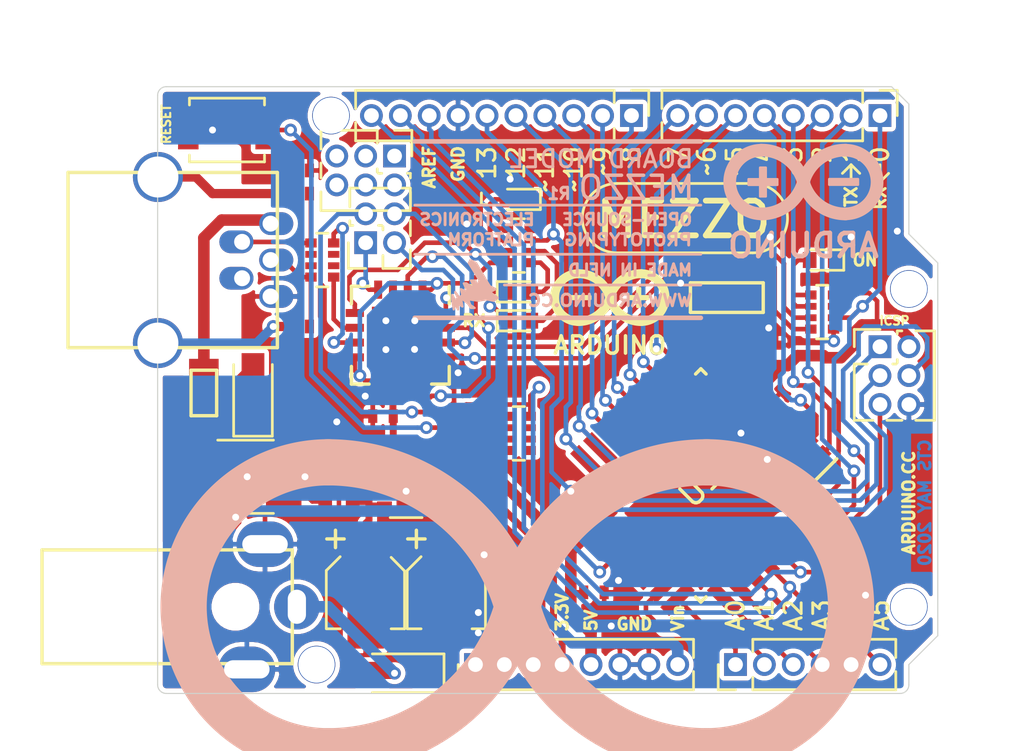
<source format=kicad_pcb>
(kicad_pcb (version 20171130) (host pcbnew "(5.1.5)-3")
  (layers (0 F.Cu signal) (31 B.Cu signal) (34 B.Paste user) (35 F.Paste user) (36 B.SilkS user hide) (37 F.SilkS user) (38 B.Mask user hide) (39 F.Mask user hide) (44 Edge.Cuts user))
  (net 0 "")
  (net 1 "Net-(J1-Pad1)")
  (net 2 RESET)
  (net 3 +3V3)
  (net 4 +5V)
  (net 5 GND)
  (net 6 +BATT)
  (net 7 AD0)
  (net 8 AD1)
  (net 9 AD2)
  (net 10 AD3)
  (net 11 IO8)
  (net 12 IO9)
  (net 13 IO10_SS)
  (net 14 IO11_MOSI)
  (net 15 IO12_MISO)
  (net 16 IO13_SCK)
  (net 17 AREF)
  (net 18 IO0RX)
  (net 19 IO1TX)
  (net 20 IO2)
  (net 21 IO3)
  (net 22 IO4)
  (net 23 IO5)
  (net 24 IO6)
  (net 25 IO7)
  (net 26 "/USB to Serial/TXD")
  (net 27 "/USB to Serial/RXD")
  (net 28 "Net-(R2-Pad1)")
  (net 29 "Net-(R2-Pad2)")
  (net 30 "Net-(J8-Pad1)")
  (net 31 "Net-(J8-Pad2)")
  (net 32 "Net-(J8-Pad3)")
  (net 33 "Net-(J8-Pad4)")
  (net 34 "Net-(J8-Pad5)")
  (net 35 "Net-(J8-Pad6)")
  (net 36 "Net-(D3-Pad2)")
  (net 37 "Net-(D3-Pad1)")
  (net 38 "Net-(D4-Pad2)")
  (net 39 "Net-(D4-Pad1)")
  (net 40 "/USB to Serial/D-")
  (net 41 "/USB to Serial/D+")
  (net 42 "/USB to Serial/RD-")
  (net 43 "/USB to Serial/RD+")
  (net 44 "Net-(U1-Pad19)")
  (net 45 "Net-(U1-Pad22)")
  (net 46 "Net-(D5-Pad2)")
  (net 47 "/USB to Serial/CBUS3")
  (net 48 "/USB to Serial/~RTS")
  (net 49 "/USB to Serial/CBUS0")
  (net 50 "/USB to Serial/~CTS")
  (net 51 "/Power Supply/VBUS")
  (net 52 "Net-(D7-Pad2)")
  (net 53 "Net-(J5-Pad4)")
  (net 54 "/USB to Serial/SHIELD")
  (net 55 "Net-(RN2-Pad3)")
  (net 56 "Net-(RN2-Pad8)")
  (net 57 "/Power Supply/PWRIN")
  (net 58 "Net-(D8-Pad2)")
  (net 59 "Net-(U4-Pad4)")
  (net 60 AD4_SDA)
  (net 61 AD5_SCL)
  (net 62 "Net-(C8-Pad1)")
  (net 63 /IOREF)
  (module Resistors_SMD:R_0402_NoSilk (layer F.Cu) (at 7.366 -8.89 90)
    (fp_text reference C8)
    (fp_text value DNP)
    (pad 1 smd rect (at -0.45 0 90) (size 0.4 0.6) (layers F.Cu F.Paste F.Mask) (net 62 "Net-(C8-Pad1)"))
    (pad 2 smd rect (at 0.45 0 90) (size 0.4 0.6) (layers F.Cu F.Paste F.Mask) (net 5 GND))
  )
  (module Custom_Library:XTAL_SMD_CSTNE (layer F.Cu) (at 25.019 -17.399 180)
    (fp_text reference Y1)
    (fp_text value 16MHz)
    (pad 3 smd rect (at 1.2 0 180) (size 0.4 1.9) (layers F.Cu F.Paste F.Mask) (net 29 "Net-(R2-Pad2)"))
    (pad 2 smd rect (at 0 0 180) (size 0.4 1.9) (layers F.Cu F.Paste F.Mask) (net 5 GND))
    (pad 1 smd rect (at -1.2 0 180) (size 0.4 1.9) (layers F.Cu F.Paste F.Mask) (net 28 "Net-(R2-Pad1)"))
  )
  (module TO_SOT_Packages_SMD:SOT-353_SC-70-5 (layer F.Cu) (at 10.922 -8.89)
    (fp_text reference U4)
    (fp_text value MIC5365-3.3YC5)
    (pad 1 smd rect (at -0.95 -0.65) (size 0.65 0.4) (layers F.Cu F.Paste F.Mask) (net 4 +5V))
    (pad 3 smd rect (at -0.95 0.65) (size 0.65 0.4) (layers F.Cu F.Paste F.Mask) (net 4 +5V))
    (pad 2 smd rect (at -0.95 0) (size 0.65 0.4) (layers F.Cu F.Paste F.Mask) (net 5 GND))
    (pad 4 smd rect (at 0.95 0.65) (size 0.65 0.4) (layers F.Cu F.Paste F.Mask) (net 59 "Net-(U4-Pad4)"))
    (pad 5 smd rect (at 0.95 -0.65) (size 0.65 0.4) (layers F.Cu F.Paste F.Mask) (net 3 +3V3))
  )
  (module Resistors_SMD:R_0402_NoSilk (layer F.Cu) (at 13.2715 -8.89 270)
    (fp_text reference C7)
    (fp_text value 1uF)
    (pad 1 smd rect (at -0.45 0 270) (size 0.4 0.6) (layers F.Cu F.Paste F.Mask) (net 3 +3V3))
    (pad 2 smd rect (at 0.45 0 270) (size 0.4 0.6) (layers F.Cu F.Paste F.Mask) (net 5 GND))
  )
  (module Resistors_SMD:R_0402_NoSilk (layer F.Cu) (at 8.5725 -8.89 90)
    (fp_text reference C3)
    (fp_text value 0.1uF)
    (pad 1 smd rect (at -0.45 0 90) (size 0.4 0.6) (layers F.Cu F.Paste F.Mask) (net 4 +5V))
    (pad 2 smd rect (at 0.45 0 90) (size 0.4 0.6) (layers F.Cu F.Paste F.Mask) (net 5 GND))
  )
  (module Diodes_SMD:D_SOD-323_HandSoldering (layer F.Cu) (at 4.191 -13.208 90)
    (fp_text reference D8)
    (fp_text value RB560VM)
    (pad 1 smd rect (at -1.25 0 90) (size 1 1) (layers F.Cu F.Paste F.Mask) (net 4 +5V))
    (pad 2 smd rect (at 1.25 0 90) (size 1 1) (layers F.Cu F.Paste F.Mask) (net 58 "Net-(D8-Pad2)"))
  )
  (module Custom_Library:0805 (layer F.Cu) (at 2.032 -13.208 90)
    (fp_text reference F1)
    (fp_text value 500mA)
    (pad 2 smd rect (at 1.05 0 90) (size 0.9 1.3) (layers F.Cu F.Paste F.Mask) (net 51 "/Power Supply/VBUS"))
    (pad 1 smd rect (at -1.05 0 90) (size 0.9 1.3) (layers F.Cu F.Paste F.Mask) (net 58 "Net-(D8-Pad2)"))
  )
  (module TO_SOT_Packages_SMD:SOT-23-5_HandSoldering (layer F.Cu) (at 4.191 -9.525)
    (fp_text reference U3)
    (fp_text value MIC5219-5.0YM5)
    (pad 1 smd rect (at -1.35 -0.95) (size 1.56 0.65) (layers F.Cu F.Paste F.Mask) (net 6 +BATT))
    (pad 2 smd rect (at -1.35 0) (size 1.56 0.65) (layers F.Cu F.Paste F.Mask) (net 5 GND))
    (pad 3 smd rect (at -1.35 0.95) (size 1.56 0.65) (layers F.Cu F.Paste F.Mask) (net 6 +BATT))
    (pad 4 smd rect (at 1.35 0.95) (size 1.56 0.65) (layers F.Cu F.Paste F.Mask) (net 62 "Net-(C8-Pad1)"))
    (pad 5 smd rect (at 1.35 -0.95) (size 1.56 0.65) (layers F.Cu F.Paste F.Mask) (net 4 +5V))
  )
  (module Resistors_SMD:R_0402_NoSilk (layer F.Cu) (at 9.906 -12.192 180)
    (fp_text reference C6)
    (fp_text value 0.1uF)
    (pad 1 smd rect (at -0.45 0 180) (size 0.4 0.6) (layers F.Cu F.Paste F.Mask) (net 4 +5V))
    (pad 2 smd rect (at 0.45 0 180) (size 0.4 0.6) (layers F.Cu F.Paste F.Mask) (net 5 GND))
  )
  (module Diodes_SMD:D_SOD-323_HandSoldering (layer F.Cu) (at 10.688 -0.889 180)
    (fp_text reference D1)
    (fp_text value RB560VM)
    (pad 1 smd rect (at -1.25 0 180) (size 1 1) (layers F.Cu F.Paste F.Mask) (net 6 +BATT))
    (pad 2 smd rect (at 1.25 0 180) (size 1 1) (layers F.Cu F.Paste F.Mask) (net 57 "/Power Supply/PWRIN"))
  )
  (module Resistors_SMD:R_0402_NoSilk (layer F.Cu) (at 27.178 -14.859 90)
    (fp_text reference C5)
    (fp_text value 0.1uF)
    (pad 1 smd rect (at -0.45 0 90) (size 0.4 0.6) (layers F.Cu F.Paste F.Mask) (net 4 +5V))
    (pad 2 smd rect (at 0.45 0 90) (size 0.4 0.6) (layers F.Cu F.Paste F.Mask) (net 5 GND))
  )
  (module Resistors_SMD:R_0402_NoSilk (layer F.Cu) (at 19.177 -4.445)
    (fp_text reference C4)
    (fp_text value 0.1uF)
    (pad 1 smd rect (at -0.45 0) (size 0.4 0.6) (layers F.Cu F.Paste F.Mask) (net 4 +5V))
    (pad 2 smd rect (at 0.45 0) (size 0.4 0.6) (layers F.Cu F.Paste F.Mask) (net 5 GND))
  )
  (module Custom_Library:Conn_DC_Jack_2.35mm_TH (layer F.Cu) (at -5.08 -3.81 90)
    (fp_text reference J6)
    (fp_text value VIN)
    (pad 3 thru_hole oval (at 2.75 9.8 90) (size 2 2.5) (drill oval 0.8 2) (layers *.Cu *.Mask) (net 5 GND))
    (pad 2 thru_hole oval (at -2.75 9 90) (size 2 2.5) (drill oval 0.8 2) (layers *.Cu *.Mask) (net 5 GND))
    (pad 1 thru_hole circle (at 0 11.2 90) (size 2 2) (drill oval 1.5 0.8) (layers *.Cu *.Mask) (net 57 "/Power Supply/PWRIN"))
    (pad "" np_thru_hole circle (at 0 8.5 90) (size 1.7 1.7) (drill 1.7) (layers *.Cu *.Mask))
    (pad "" np_thru_hole circle (at 0 3 90) (size 1.7 1.7) (drill 1.7) (layers *.Cu *.Mask))
  )
  (module Housings_QFP:TQFP-32_7x7mm_Pitch0.8mm (layer F.Cu) (at 23.876 -9.144 225)
    (fp_text reference U1 (at 0 0 45) (layer F.SilkS))
    (fp_text value ATmega328P-AU)
    (pad 1 smd rect (at -4.25 -2.8 225) (size 1.6 0.55) (layers F.Cu F.Paste F.Mask) (net 21 IO3))
    (pad 2 smd rect (at -4.25 -2 225) (size 1.6 0.55) (layers F.Cu F.Paste F.Mask) (net 22 IO4))
    (pad 3 smd rect (at -4.25 -1.2 225) (size 1.6 0.55) (layers F.Cu F.Paste F.Mask) (net 5 GND))
    (pad 4 smd rect (at -4.25 -0.4 225) (size 1.6 0.55) (layers F.Cu F.Paste F.Mask) (net 4 +5V))
    (pad 5 smd rect (at -4.25 0.4 225) (size 1.6 0.55) (layers F.Cu F.Paste F.Mask) (net 5 GND))
    (pad 6 smd rect (at -4.25 1.2 225) (size 1.6 0.55) (layers F.Cu F.Paste F.Mask) (net 4 +5V))
    (pad 7 smd rect (at -4.25 2 225) (size 1.6 0.55) (layers F.Cu F.Paste F.Mask) (net 28 "Net-(R2-Pad1)"))
    (pad 8 smd rect (at -4.25 2.8 225) (size 1.6 0.55) (layers F.Cu F.Paste F.Mask) (net 29 "Net-(R2-Pad2)"))
    (pad 9 smd rect (at -2.8 4.25 315) (size 1.6 0.55) (layers F.Cu F.Paste F.Mask) (net 23 IO5))
    (pad 10 smd rect (at -2 4.25 315) (size 1.6 0.55) (layers F.Cu F.Paste F.Mask) (net 24 IO6))
    (pad 11 smd rect (at -1.2 4.25 315) (size 1.6 0.55) (layers F.Cu F.Paste F.Mask) (net 25 IO7))
    (pad 12 smd rect (at -0.4 4.25 315) (size 1.6 0.55) (layers F.Cu F.Paste F.Mask) (net 11 IO8))
    (pad 13 smd rect (at 0.4 4.25 315) (size 1.6 0.55) (layers F.Cu F.Paste F.Mask) (net 12 IO9))
    (pad 14 smd rect (at 1.2 4.25 315) (size 1.6 0.55) (layers F.Cu F.Paste F.Mask) (net 13 IO10_SS))
    (pad 15 smd rect (at 2 4.25 315) (size 1.6 0.55) (layers F.Cu F.Paste F.Mask) (net 14 IO11_MOSI))
    (pad 16 smd rect (at 2.8 4.25 315) (size 1.6 0.55) (layers F.Cu F.Paste F.Mask) (net 15 IO12_MISO))
    (pad 17 smd rect (at 4.25 2.8 225) (size 1.6 0.55) (layers F.Cu F.Paste F.Mask) (net 16 IO13_SCK))
    (pad 18 smd rect (at 4.25 2 225) (size 1.6 0.55) (layers F.Cu F.Paste F.Mask) (net 4 +5V))
    (pad 19 smd rect (at 4.25 1.2 225) (size 1.6 0.55) (layers F.Cu F.Paste F.Mask) (net 44 "Net-(U1-Pad19)"))
    (pad 20 smd rect (at 4.25 0.4 225) (size 1.6 0.55) (layers F.Cu F.Paste F.Mask) (net 17 AREF))
    (pad 21 smd rect (at 4.25 -0.4 225) (size 1.6 0.55) (layers F.Cu F.Paste F.Mask) (net 5 GND))
    (pad 22 smd rect (at 4.25 -1.2 225) (size 1.6 0.55) (layers F.Cu F.Paste F.Mask) (net 45 "Net-(U1-Pad22)"))
    (pad 23 smd rect (at 4.25 -2 225) (size 1.6 0.55) (layers F.Cu F.Paste F.Mask) (net 7 AD0))
    (pad 24 smd rect (at 4.25 -2.8 225) (size 1.6 0.55) (layers F.Cu F.Paste F.Mask) (net 8 AD1))
    (pad 25 smd rect (at 2.8 -4.25 315) (size 1.6 0.55) (layers F.Cu F.Paste F.Mask) (net 9 AD2))
    (pad 26 smd rect (at 2 -4.25 315) (size 1.6 0.55) (layers F.Cu F.Paste F.Mask) (net 10 AD3))
    (pad 27 smd rect (at 1.2 -4.25 315) (size 1.6 0.55) (layers F.Cu F.Paste F.Mask) (net 60 AD4_SDA))
    (pad 28 smd rect (at 0.4 -4.25 315) (size 1.6 0.55) (layers F.Cu F.Paste F.Mask) (net 61 AD5_SCL))
    (pad 29 smd rect (at -0.4 -4.25 315) (size 1.6 0.55) (layers F.Cu F.Paste F.Mask) (net 2 RESET))
    (pad 30 smd rect (at -1.2 -4.25 315) (size 1.6 0.55) (layers F.Cu F.Paste F.Mask) (net 18 IO0RX))
    (pad 31 smd rect (at -2 -4.25 315) (size 1.6 0.55) (layers F.Cu F.Paste F.Mask) (net 19 IO1TX))
    (pad 32 smd rect (at -2.8 -4.25 315) (size 1.6 0.55) (layers F.Cu F.Paste F.Mask) (net 20 IO2))
  )
  (module Resistors_SMD:R_0402_NoSilk (layer F.Cu) (at 6.223 -22.987)
    (fp_text reference L1)
    (fp_text value BLM21)
    (pad 1 smd rect (at -0.45 0) (size 0.4 0.6) (layers F.Cu F.Paste F.Mask) (net 54 "/USB to Serial/SHIELD"))
    (pad 2 smd rect (at 0.45 0) (size 0.4 0.6) (layers F.Cu F.Paste F.Mask) (net 5 GND))
  )
  (module Custom_Library:Conn_USB_Mini-B_TH (layer F.Cu) (at -3.937 -19.05 90)
    (fp_text reference J5)
    (fp_text value USB_B_Mini)
    (pad 6 thru_hole circle (at -3.65 3.95 90) (size 2.2 2.2) (drill 1.8) (layers *.Cu *.Mask) (net 54 "/USB to Serial/SHIELD"))
    (pad 6 thru_hole circle (at 3.65 3.95 90) (size 2.2 2.2) (drill 1.8) (layers *.Cu *.Mask) (net 54 "/USB to Serial/SHIELD"))
    (pad 5 thru_hole oval (at -1.6 8.9 90) (size 1 1.5) (drill 0.7 (offset 0 0.25)) (layers *.Cu *.Mask) (net 5 GND))
    (pad 4 thru_hole oval (at -0.8 7.65 90) (size 1 1.5) (drill 0.7 (offset 0 -0.25)) (layers *.Cu *.Mask) (net 53 "Net-(J5-Pad4)"))
    (pad 3 thru_hole oval (at 0 8.9 90) (size 1 1.5) (drill 0.7 (offset 0 0.25)) (layers *.Cu *.Mask) (net 41 "/USB to Serial/D+"))
    (pad 2 thru_hole oval (at 0.8 7.65 90) (size 1 1.5) (drill 0.7 (offset 0 -0.25)) (layers *.Cu *.Mask) (net 40 "/USB to Serial/D-"))
    (pad 1 thru_hole oval (at 1.6 8.9 90) (size 1 1.5) (drill 0.7 (offset 0 0.25)) (layers *.Cu *.Mask) (net 51 "/Power Supply/VBUS"))
  )
  (module Resistors_SMD:R_Array_Convex_4x0402 (layer F.Cu) (at 15.875 -19.685)
    (fp_text reference RN2)
    (fp_text value 1k)
    (pad 1 smd rect (at -0.5 -0.75) (size 0.5 0.4) (layers F.Cu F.Paste F.Mask) (net 52 "Net-(D7-Pad2)"))
    (pad 3 smd rect (at -0.5 0.25) (size 0.5 0.3) (layers F.Cu F.Paste F.Mask) (net 55 "Net-(RN2-Pad3)"))
    (pad 2 smd rect (at -0.5 -0.25) (size 0.5 0.3) (layers F.Cu F.Paste F.Mask) (net 52 "Net-(D7-Pad2)"))
    (pad 4 smd rect (at -0.5 0.75) (size 0.5 0.4) (layers F.Cu F.Paste F.Mask) (net 55 "Net-(RN2-Pad3)"))
    (pad 7 smd rect (at 0.5 -0.25) (size 0.5 0.3) (layers F.Cu F.Paste F.Mask) (net 16 IO13_SCK))
    (pad 8 smd rect (at 0.5 -0.75) (size 0.5 0.4) (layers F.Cu F.Paste F.Mask) (net 56 "Net-(RN2-Pad8)"))
    (pad 6 smd rect (at 0.5 0.25) (size 0.5 0.3) (layers F.Cu F.Paste F.Mask) (net 38 "Net-(D4-Pad2)"))
    (pad 5 smd rect (at 0.5 0.75) (size 0.5 0.4) (layers F.Cu F.Paste F.Mask) (net 36 "Net-(D3-Pad2)"))
  )
  (module LEDs:LED_0402 (layer F.Cu) (at 15.875 -21.717 180)
    (fp_text reference D7)
    (fp_text value L (at 1.27 0) (layer F.SilkS) (effects (font (size 0.508 0.508) (thickness 0.127)) (justify right)))
    (pad 2 smd rect (at 0.55 0) (size 0.6 0.7) (layers F.Cu F.Paste F.Mask) (net 52 "Net-(D7-Pad2)"))
    (pad 1 smd rect (at -0.55 0) (size 0.6 0.7) (layers F.Cu F.Paste F.Mask) (net 5 GND))
  )
  (module Resistors_SMD:R_0402_NoSilk (layer F.Cu) (at 6.223 -16.129)
    (fp_text reference D6)
    (fp_text value PGB1)
    (pad 1 smd rect (at -0.45 0) (size 0.4 0.6) (layers F.Cu F.Paste F.Mask) (net 54 "/USB to Serial/SHIELD"))
    (pad 2 smd rect (at 0.45 0) (size 0.4 0.6) (layers F.Cu F.Paste F.Mask) (net 41 "/USB to Serial/D+"))
  )
  (module Resistors_SMD:R_0402_NoSilk (layer F.Cu) (at 6.223 -21.971 180)
    (fp_text reference D2)
    (fp_text value PGB1)
    (pad 1 smd rect (at -0.45 0 180) (size 0.4 0.6) (layers F.Cu F.Paste F.Mask) (net 40 "/USB to Serial/D-"))
    (pad 2 smd rect (at 0.45 0 180) (size 0.4 0.6) (layers F.Cu F.Paste F.Mask) (net 54 "/USB to Serial/SHIELD"))
  )
  (module LEDs:LED_0402 (layer F.Cu) (at 29.21 -19.05 180)
    (fp_text reference D5)
    (fp_text value ON (at -1.27 0) (layer F.SilkS) (effects (font (size 0.508 0.508) (thickness 0.127)) (justify left)))
    (pad 2 smd rect (at 0.55 0) (size 0.6 0.7) (layers F.Cu F.Paste F.Mask) (net 46 "Net-(D5-Pad2)"))
    (pad 1 smd rect (at -0.55 0) (size 0.6 0.7) (layers F.Cu F.Paste F.Mask) (net 5 GND))
  )
  (module Capacitors_SMD:CP_Elec_3x5.3 (layer F.Cu) (at 9.144 -4.572 270)
    (fp_text reference C2)
    (fp_text value 10uF)
    (fp_text user + (at -2.22 1.4 90) (layer F.SilkS))
    (pad 1 smd rect (at -1.5 0 270) (size 2.2 1.6) (layers F.Cu F.Paste F.Mask) (net 4 +5V))
    (pad 2 smd rect (at 1.5 0 270) (size 2.2 1.6) (layers F.Cu F.Paste F.Mask) (net 5 GND))
  )
  (module Capacitors_SMD:CP_Elec_3x5.3 (layer F.Cu) (at 12.7 -4.572 270)
    (fp_text reference C1)
    (fp_text value 10uF)
    (fp_text user + (at -2.22 1.4 90) (layer F.SilkS))
    (pad 1 smd rect (at -1.5 0 270) (size 2.2 1.6) (layers F.Cu F.Paste F.Mask) (net 6 +BATT))
    (pad 2 smd rect (at 1.5 0 270) (size 2.2 1.6) (layers F.Cu F.Paste F.Mask) (net 5 GND))
  )
  (module Housings_DFN_QFN:QFN-16-1EP_4x4mm_Pitch0.65mm (layer F.Cu) (at 10.668 -15.748 270)
    (fp_text reference U2)
    (fp_text value FT230XQ)
    (pad 1 smd rect (at -2 -0.975 270) (size 0.8 0.35) (layers F.Cu F.Paste F.Mask) (net 55 "Net-(RN2-Pad3)"))
    (pad 2 smd rect (at -2 -0.325 270) (size 0.8 0.35) (layers F.Cu F.Paste F.Mask) (net 27 "/USB to Serial/RXD"))
    (pad 3 smd rect (at -2 0.325 270) (size 0.8 0.35) (layers F.Cu F.Paste F.Mask) (net 5 GND))
    (pad 4 smd rect (at -2 0.975 270) (size 0.8 0.35) (layers F.Cu F.Paste F.Mask) (net 50 "/USB to Serial/~CTS"))
    (pad 5 smd rect (at -0.975 2) (size 0.8 0.35) (layers F.Cu F.Paste F.Mask) (net 39 "Net-(D4-Pad1)"))
    (pad 6 smd rect (at -0.325 2) (size 0.8 0.35) (layers F.Cu F.Paste F.Mask) (net 43 "/USB to Serial/RD+"))
    (pad 7 smd rect (at 0.325 2) (size 0.8 0.35) (layers F.Cu F.Paste F.Mask) (net 42 "/USB to Serial/RD-"))
    (pad 8 smd rect (at 0.975 2) (size 0.8 0.35) (layers F.Cu F.Paste F.Mask) (net 55 "Net-(RN2-Pad3)"))
    (pad 9 smd rect (at 2 0.975 270) (size 0.8 0.35) (layers F.Cu F.Paste F.Mask) (net 55 "Net-(RN2-Pad3)"))
    (pad 10 smd rect (at 2 0.325 270) (size 0.8 0.35) (layers F.Cu F.Paste F.Mask) (net 4 +5V))
    (pad 11 smd rect (at 2 -0.325 270) (size 0.8 0.35) (layers F.Cu F.Paste F.Mask) (net 37 "Net-(D3-Pad1)"))
    (pad 12 smd rect (at 2 -0.975 270) (size 0.8 0.35) (layers F.Cu F.Paste F.Mask) (net 49 "/USB to Serial/CBUS0"))
    (pad 13 smd rect (at 0.975 -2) (size 0.8 0.35) (layers F.Cu F.Paste F.Mask) (net 5 GND))
    (pad 14 smd rect (at 0.325 -2) (size 0.8 0.35) (layers F.Cu F.Paste F.Mask) (net 47 "/USB to Serial/CBUS3"))
    (pad 15 smd rect (at -0.325 -2) (size 0.8 0.35) (layers F.Cu F.Paste F.Mask) (net 26 "/USB to Serial/TXD"))
    (pad 16 smd rect (at -0.975 -2) (size 0.8 0.35) (layers F.Cu F.Paste F.Mask) (net 48 "/USB to Serial/~RTS"))
    (pad 17 smd rect (at 0.625 0.625 270) (size 1.25 1.25) (layers F.Cu F.Paste F.Mask) (net 5 GND))
    (pad 17 smd rect (at 0.625 -0.625 270) (size 1.25 1.25) (layers F.Cu F.Paste F.Mask) (net 5 GND))
    (pad 17 smd rect (at -0.625 0.625 270) (size 1.25 1.25) (layers F.Cu F.Paste F.Mask) (net 5 GND))
    (pad 17 smd rect (at -0.625 -0.625 270) (size 1.25 1.25) (layers F.Cu F.Paste F.Mask) (net 5 GND))
  )
  (module Resistors_SMD:R_Array_Convex_4x0402 (layer F.Cu) (at 7.239 -19.05)
    (fp_text reference RN3)
    (fp_text value 22)
    (pad 1 smd rect (at -0.5 -0.75) (size 0.5 0.4) (layers F.Cu F.Paste F.Mask) (net 40 "/USB to Serial/D-"))
    (pad 3 smd rect (at -0.5 0.25) (size 0.5 0.3) (layers F.Cu F.Paste F.Mask))
    (pad 2 smd rect (at -0.5 -0.25) (size 0.5 0.3) (layers F.Cu F.Paste F.Mask))
    (pad 4 smd rect (at -0.5 0.75) (size 0.5 0.4) (layers F.Cu F.Paste F.Mask) (net 41 "/USB to Serial/D+"))
    (pad 7 smd rect (at 0.5 -0.25) (size 0.5 0.3) (layers F.Cu F.Paste F.Mask))
    (pad 8 smd rect (at 0.5 -0.75) (size 0.5 0.4) (layers F.Cu F.Paste F.Mask) (net 42 "/USB to Serial/RD-"))
    (pad 6 smd rect (at 0.5 0.25) (size 0.5 0.3) (layers F.Cu F.Paste F.Mask))
    (pad 5 smd rect (at 0.5 0.75) (size 0.5 0.4) (layers F.Cu F.Paste F.Mask) (net 43 "/USB to Serial/RD+"))
  )
  (module LEDs:LED_0402 (layer F.Cu) (at 15.875 -16.383)
    (fp_text reference D4)
    (fp_text value RX (at -1.397 0) (layer F.SilkS) (effects (font (size 0.508 0.508) (thickness 0.127)) (justify right)))
    (pad 2 smd rect (at 0.55 0 180) (size 0.6 0.7) (layers F.Cu F.Paste F.Mask) (net 38 "Net-(D4-Pad2)"))
    (pad 1 smd rect (at -0.55 0 180) (size 0.6 0.7) (layers F.Cu F.Paste F.Mask) (net 39 "Net-(D4-Pad1)"))
  )
  (module LEDs:LED_0402 (layer F.Cu) (at 15.875 -17.653)
    (fp_text reference D3)
    (fp_text value TX (at -1.397 0) (layer F.SilkS) (effects (font (size 0.508 0.508) (thickness 0.127)) (justify right)))
    (pad 2 smd rect (at 0.55 0 180) (size 0.6 0.7) (layers F.Cu F.Paste F.Mask) (net 36 "Net-(D3-Pad2)"))
    (pad 1 smd rect (at -0.55 0 180) (size 0.6 0.7) (layers F.Cu F.Paste F.Mask) (net 37 "Net-(D3-Pad1)"))
  )
  (module Pin_Headers:Pin_Header_Straight_2x02_Pitch1.27mm (layer F.Cu) (at 9.144 -19.812 90)
    (fp_text reference J9)
    (fp_text value EXTRA)
    (pad 1 thru_hole rect (at 0 0 90) (size 1 1) (drill 0.65) (layers *.Cu *.Mask) (net 50 "/USB to Serial/~CTS"))
    (pad 2 thru_hole oval (at 1.27 0 90) (size 1 1) (drill 0.65) (layers *.Cu *.Mask) (net 49 "/USB to Serial/CBUS0"))
    (pad 3 thru_hole oval (at 0 1.27 90) (size 1 1) (drill 0.65) (layers *.Cu *.Mask) (net 48 "/USB to Serial/~RTS"))
    (pad 4 thru_hole oval (at 1.27 1.27 90) (size 1 1) (drill 0.65) (layers *.Cu *.Mask) (net 47 "/USB to Serial/CBUS3"))
  )
  (module Pin_Headers:Pin_Header_Straight_2x03_Pitch1.27mm (layer F.Cu) (at 10.414 -23.622 270)
    (fp_text reference J8)
    (fp_text value DUMMY)
    (pad 1 thru_hole rect (at 0 0 270) (size 1 1) (drill 0.65) (layers *.Cu *.Mask) (net 30 "Net-(J8-Pad1)"))
    (pad 2 thru_hole oval (at 1.27 0 270) (size 1 1) (drill 0.65) (layers *.Cu *.Mask) (net 31 "Net-(J8-Pad2)"))
    (pad 3 thru_hole oval (at 0 1.27 270) (size 1 1) (drill 0.65) (layers *.Cu *.Mask) (net 32 "Net-(J8-Pad3)"))
    (pad 4 thru_hole oval (at 1.27 1.27 270) (size 1 1) (drill 0.65) (layers *.Cu *.Mask) (net 33 "Net-(J8-Pad4)"))
    (pad 5 thru_hole oval (at 0 2.54 270) (size 1 1) (drill 0.65) (layers *.Cu *.Mask) (net 34 "Net-(J8-Pad5)"))
    (pad 6 thru_hole oval (at 1.27 2.54 270) (size 1 1) (drill 0.65) (layers *.Cu *.Mask) (net 35 "Net-(J8-Pad6)"))
  )
  (module Pin_Headers:Pin_Header_Straight_2x03_Pitch1.27mm (layer F.Cu) (at 31.75 -15.24)
    (fp_text reference J7)
    (fp_text value ICSP)
    (pad 1 thru_hole rect (at 0 0) (size 1 1) (drill 0.65) (layers *.Cu *.Mask) (net 15 IO12_MISO))
    (pad 2 thru_hole oval (at 1.27 0) (size 1 1) (drill 0.65) (layers *.Cu *.Mask) (net 4 +5V))
    (pad 3 thru_hole oval (at 0 1.27) (size 1 1) (drill 0.65) (layers *.Cu *.Mask) (net 16 IO13_SCK))
    (pad 4 thru_hole oval (at 1.27 1.27) (size 1 1) (drill 0.65) (layers *.Cu *.Mask) (net 14 IO11_MOSI))
    (pad 5 thru_hole oval (at 0 2.54) (size 1 1) (drill 0.65) (layers *.Cu *.Mask) (net 2 RESET))
    (pad 6 thru_hole oval (at 1.27 2.54) (size 1 1) (drill 0.65) (layers *.Cu *.Mask) (net 5 GND))
  )
  (module Resistors_SMD:R_0402_NoSilk (layer F.Cu) (at 25.019 -15.748 180)
    (fp_text reference R2)
    (fp_text value 1M)
    (pad 1 smd rect (at -0.45 0 180) (size 0.4 0.6) (layers F.Cu F.Paste F.Mask) (net 28 "Net-(R2-Pad1)"))
    (pad 2 smd rect (at 0.45 0 180) (size 0.4 0.6) (layers F.Cu F.Paste F.Mask) (net 29 "Net-(R2-Pad2)"))
  )
  (module Buttons_Switches_SMD:SW_SPST_B3U-1000P (layer F.Cu) (at 3.048 -24.765 180)
    (fp_text reference SW1)
    (fp_text value RESET)
    (pad 1 smd rect (at -1.7 0 180) (size 0.9 1.7) (layers F.Cu F.Paste F.Mask) (net 2 RESET))
    (pad 2 smd rect (at 1.7 0 180) (size 0.9 1.7) (layers F.Cu F.Paste F.Mask) (net 5 GND))
  )
  (module Resistors_SMD:R_Array_Convex_4x0402 (layer F.Cu) (at 29.21 -16.764 180)
    (fp_text reference RN4)
    (fp_text value 1k)
    (pad 1 smd rect (at -0.5 -0.75 180) (size 0.5 0.4) (layers F.Cu F.Paste F.Mask) (net 19 IO1TX))
    (pad 3 smd rect (at -0.5 0.25 180) (size 0.5 0.3) (layers F.Cu F.Paste F.Mask) (net 4 +5V))
    (pad 2 smd rect (at -0.5 -0.25 180) (size 0.5 0.3) (layers F.Cu F.Paste F.Mask) (net 18 IO0RX))
    (pad 4 smd rect (at -0.5 0.75 180) (size 0.5 0.4) (layers F.Cu F.Paste F.Mask) (net 4 +5V))
    (pad 7 smd rect (at 0.5 -0.25 180) (size 0.5 0.3) (layers F.Cu F.Paste F.Mask) (net 26 "/USB to Serial/TXD"))
    (pad 8 smd rect (at 0.5 -0.75 180) (size 0.5 0.4) (layers F.Cu F.Paste F.Mask) (net 27 "/USB to Serial/RXD"))
    (pad 6 smd rect (at 0.5 0.25 180) (size 0.5 0.3) (layers F.Cu F.Paste F.Mask) (net 46 "Net-(D5-Pad2)"))
    (pad 5 smd rect (at 0.5 0.75 180) (size 0.5 0.4) (layers F.Cu F.Paste F.Mask) (net 46 "Net-(D5-Pad2)"))
  )
  (module Resistors_SMD:R_Array_Convex_4x0402 (layer F.Cu) (at 15.875 -11.43 180)
    (fp_text reference RN1)
    (fp_text value 10k)
    (pad 1 smd rect (at -0.5 -0.75 180) (size 0.5 0.4) (layers F.Cu F.Paste F.Mask))
    (pad 3 smd rect (at -0.5 0.25 180) (size 0.5 0.3) (layers F.Cu F.Paste F.Mask))
    (pad 2 smd rect (at -0.5 -0.25 180) (size 0.5 0.3) (layers F.Cu F.Paste F.Mask))
    (pad 4 smd rect (at -0.5 0.75 180) (size 0.5 0.4) (layers F.Cu F.Paste F.Mask) (net 2 RESET))
    (pad 7 smd rect (at 0.5 -0.25 180) (size 0.5 0.3) (layers F.Cu F.Paste F.Mask))
    (pad 8 smd rect (at 0.5 -0.75 180) (size 0.5 0.4) (layers F.Cu F.Paste F.Mask))
    (pad 6 smd rect (at 0.5 0.25 180) (size 0.5 0.3) (layers F.Cu F.Paste F.Mask))
    (pad 5 smd rect (at 0.5 0.75 180) (size 0.5 0.4) (layers F.Cu F.Paste F.Mask) (net 4 +5V))
  )
  (module Pin_Headers:Pin_Header_Straight_1x10_Pitch1.27mm (layer F.Cu) (at 20.828 -25.4 270)
    (fp_text reference J3)
    (fp_text value IOH)
    (pad 1 thru_hole rect (at 0 0 270) (size 1 1) (drill 0.65) (layers *.Cu *.Mask) (net 11 IO8))
    (pad 2 thru_hole oval (at 0 1.27 270) (size 1 1) (drill 0.65) (layers *.Cu *.Mask) (net 12 IO9))
    (pad 3 thru_hole oval (at 0 2.54 270) (size 1 1) (drill 0.65) (layers *.Cu *.Mask) (net 13 IO10_SS))
    (pad 4 thru_hole oval (at 0 3.81 270) (size 1 1) (drill 0.65) (layers *.Cu *.Mask) (net 14 IO11_MOSI))
    (pad 5 thru_hole oval (at 0 5.08 270) (size 1 1) (drill 0.65) (layers *.Cu *.Mask) (net 15 IO12_MISO))
    (pad 6 thru_hole oval (at 0 6.35 270) (size 1 1) (drill 0.65) (layers *.Cu *.Mask) (net 16 IO13_SCK))
    (pad 7 thru_hole oval (at 0 7.62 270) (size 1 1) (drill 0.65) (layers *.Cu *.Mask) (net 5 GND))
    (pad 8 thru_hole oval (at 0 8.89 270) (size 1 1) (drill 0.65) (layers *.Cu *.Mask) (net 17 AREF))
    (pad 9 thru_hole oval (at 0 10.16 270) (size 1 1) (drill 0.65) (layers *.Cu *.Mask) (net 60 AD4_SDA))
    (pad 10 thru_hole oval (at 0 11.43 270) (size 1 1) (drill 0.65) (layers *.Cu *.Mask) (net 61 AD5_SCL))
  )
  (module Pin_Headers:Pin_Header_Straight_1x08_Pitch1.27mm (layer F.Cu) (at 31.75 -25.4 270)
    (fp_text reference J4)
    (fp_text value IOL)
    (pad 1 thru_hole rect (at 0 0 270) (size 1 1) (drill 0.65) (layers *.Cu *.Mask) (net 18 IO0RX))
    (pad 2 thru_hole oval (at 0 1.27 270) (size 1 1) (drill 0.65) (layers *.Cu *.Mask) (net 19 IO1TX))
    (pad 3 thru_hole oval (at 0 2.54 270) (size 1 1) (drill 0.65) (layers *.Cu *.Mask) (net 20 IO2))
    (pad 4 thru_hole oval (at 0 3.81 270) (size 1 1) (drill 0.65) (layers *.Cu *.Mask) (net 21 IO3))
    (pad 5 thru_hole oval (at 0 5.08 270) (size 1 1) (drill 0.65) (layers *.Cu *.Mask) (net 22 IO4))
    (pad 6 thru_hole oval (at 0 6.35 270) (size 1 1) (drill 0.65) (layers *.Cu *.Mask) (net 23 IO5))
    (pad 7 thru_hole oval (at 0 7.62 270) (size 1 1) (drill 0.65) (layers *.Cu *.Mask) (net 24 IO6))
    (pad 8 thru_hole oval (at 0 8.89 270) (size 1 1) (drill 0.65) (layers *.Cu *.Mask) (net 25 IO7))
  )
  (module Pin_Headers:Pin_Header_Straight_1x08_Pitch1.27mm (layer F.Cu) (at 13.97 -1.27 90)
    (fp_text reference J1)
    (fp_text value POWER)
    (pad 1 thru_hole rect (at 0 0 90) (size 1 1) (drill 0.65) (layers *.Cu *.Mask) (net 1 "Net-(J1-Pad1)"))
    (pad 2 thru_hole oval (at 0 1.27 90) (size 1 1) (drill 0.65) (layers *.Cu *.Mask) (net 63 /IOREF))
    (pad 3 thru_hole oval (at 0 2.54 90) (size 1 1) (drill 0.65) (layers *.Cu *.Mask) (net 2 RESET))
    (pad 4 thru_hole oval (at 0 3.81 90) (size 1 1) (drill 0.65) (layers *.Cu *.Mask) (net 3 +3V3))
    (pad 5 thru_hole oval (at 0 5.08 90) (size 1 1) (drill 0.65) (layers *.Cu *.Mask) (net 4 +5V))
    (pad 6 thru_hole oval (at 0 6.35 90) (size 1 1) (drill 0.65) (layers *.Cu *.Mask) (net 5 GND))
    (pad 7 thru_hole oval (at 0 7.62 90) (size 1 1) (drill 0.65) (layers *.Cu *.Mask) (net 5 GND))
    (pad 8 thru_hole oval (at 0 8.89 90) (size 1 1) (drill 0.65) (layers *.Cu *.Mask) (net 6 +BATT))
  )
  (module Pin_Headers:Pin_Header_Straight_1x06_Pitch1.27mm (layer F.Cu) (at 25.4 -1.27 90)
    (fp_text reference J2)
    (fp_text value AD)
    (pad 1 thru_hole rect (at 0 0 90) (size 1 1) (drill 0.65) (layers *.Cu *.Mask) (net 7 AD0))
    (pad 2 thru_hole oval (at 0 1.27 90) (size 1 1) (drill 0.65) (layers *.Cu *.Mask) (net 8 AD1))
    (pad 3 thru_hole oval (at 0 2.54 90) (size 1 1) (drill 0.65) (layers *.Cu *.Mask) (net 9 AD2))
    (pad 4 thru_hole oval (at 0 3.81 90) (size 1 1) (drill 0.65) (layers *.Cu *.Mask) (net 10 AD3))
    (pad 5 thru_hole oval (at 0 5.08 90) (size 1 1) (drill 0.65) (layers *.Cu *.Mask) (net 60 AD4_SDA))
    (pad 6 thru_hole oval (at 0 6.35 90) (size 1 1) (drill 0.65) (layers *.Cu *.Mask) (net 61 AD5_SCL))
  )
  (module Custom_Library:M2_Isolated (layer F.Cu) (at 7.62 -25.4)
    (fp_text reference H4)
    (fp_text value 1/16)
    (pad "" np_thru_hole circle (at 0 0) (size 1.651 1.651) (drill 1.5875) (layers *.Cu *.Mask))
  )
  (module Custom_Library:M2_Isolated (layer F.Cu) (at 33.02 -17.78)
    (fp_text reference H3)
    (fp_text value 1/16)
    (pad "" np_thru_hole circle (at 0 0) (size 1.651 1.651) (drill 1.5875) (layers *.Cu *.Mask))
  )
  (module Custom_Library:M2_Isolated (layer F.Cu) (at 33.02 -3.81)
    (fp_text reference H2)
    (fp_text value 1/16)
    (pad "" np_thru_hole circle (at 0 0) (size 1.651 1.651) (drill 1.5875) (layers *.Cu *.Mask))
  )
  (module Custom_Library:M2_Isolated (layer F.Cu) (at 6.985 -1.27)
    (fp_text reference H1)
    (fp_text value 1/16)
    (pad "" np_thru_hole circle (at 0 0) (size 1.651 1.651) (drill 1.5875) (layers *.Cu *.Mask))
  )
  (gr_arc (start 0.381 -0.381) (end 0 -0.381) (angle -90) (layer Edge.Cuts) (width 0.05))
  (gr_poly (pts (xy 21.209 -17.816482) (xy 21.209 -16.990982) (xy 21.082 -16.990982) (xy 21.082 -17.816482)) (layer F.SilkS) (width 0.1))
  (gr_poly (pts (xy 20.728018 -17.4625) (xy 21.553518 -17.4625) (xy 21.553518 -17.3355) (xy 20.728018 -17.3355)) (layer F.SilkS) (width 0.1))
  (gr_poly (pts (xy 19.022982 -17.3355) (xy 18.197482 -17.3355) (xy 18.197482 -17.4625) (xy 19.022982 -17.4625)) (layer F.SilkS) (width 0.1))
  (gr_arc (start 18.494375 -17.78) (end 19.8755 -17.399) (angle 75.1) (layer F.SilkS) (width 0.3937))
  (gr_arc (start 21.256625 -17.018) (end 19.8755 -17.399) (angle 75.1) (layer F.SilkS) (width 0.3937))
  (gr_arc (start 21.256625 -17.399) (end 21.256625 -16.35125) (angle -180) (layer F.SilkS) (width 0.3937))
  (gr_arc (start 21.256625 -17.78) (end 19.8755 -17.399) (angle -75.1) (layer F.SilkS) (width 0.3937))
  (gr_text ARDUINO (at 19.8755 -15.3035) (layer F.SilkS) (effects (font (size 0.762 0.762) (thickness 0.1524))))
  (gr_arc (start 18.494375 -17.018) (end 19.8755 -17.399) (angle -75.1) (layer F.SilkS) (width 0.3937))
  (gr_arc (start 18.494375 -17.399) (end 18.494375 -16.35125) (angle 180) (layer F.SilkS) (width 0.3937))
  (gr_text ARDUINO (at 28.3845 -19.685) (layer B.SilkS) (effects (font (size 1.016 1.016) (thickness 0.2032)) (justify mirror)))
  (gr_poly (pts (xy 30.786642 -22.357453) (xy 29.516642 -22.357453) (xy 29.516642 -22.611453) (xy 30.786642 -22.611453)) (layer B.SilkS) (width 0.1))
  (gr_poly (pts (xy 26.7335 -23.114) (xy 26.7335 -21.844) (xy 26.4795 -21.844) (xy 26.4795 -23.114)) (layer B.SilkS) (width 0.1))
  (gr_poly (pts (xy 27.2415 -22.352) (xy 25.9715 -22.352) (xy 25.9715 -22.606) (xy 27.2415 -22.606)) (layer B.SilkS) (width 0.1))
  (gr_arc (start 30.226 -21.971) (end 28.3845 -22.478999) (angle 75.1) (layer B.SilkS) (width 0.5588))
  (gr_arc (start 30.226 -22.479) (end 30.226 -21.082) (angle -180) (layer B.SilkS) (width 0.5588))
  (gr_arc (start 30.226 -22.987) (end 28.3845 -22.479001) (angle -75.1) (layer B.SilkS) (width 0.5588))
  (gr_arc (start 26.543 -22.987) (end 28.3845 -22.479001) (angle 75.1) (layer B.SilkS) (width 0.5588))
  (gr_arc (start 26.543 -21.971) (end 28.3845 -22.478999) (angle -75.1) (layer B.SilkS) (width 0.5588))
  (gr_arc (start 26.543 -22.479) (end 26.543 -23.876) (angle -180) (layer B.SilkS) (width 0.5588))
  (gr_text Vin (at 22.86 -2.667 90) (layer F.SilkS) (effects (font (size 0.508 0.508) (thickness 0.127)) (justify left)))
  (gr_text A0 (at 25.4 -2.667 90) (layer F.SilkS) (effects (font (size 0.762 0.762) (thickness 0.127)) (justify left)))
  (gr_line (start 0.381 0) (end 32.639 0) (layer Edge.Cuts) (width 0.05))
  (gr_line (start 0 -26.289) (end 0 -0.381) (layer Edge.Cuts) (width 0.05))
  (gr_line (start 32.258 -26.67) (end 0.381 -26.67) (layer Edge.Cuts) (width 0.05))
  (gr_line (start 33.02 -0.381) (end 33.02 -1.27) (layer Edge.Cuts) (width 0.05))
  (gr_arc (start 0.381 -26.289) (end 0.381 -26.67) (angle -90) (layer Edge.Cuts) (width 0.05))
  (gr_arc (start 32.639 -0.381) (end 32.639 0) (angle -90) (layer Edge.Cuts) (width 0.05))
  (gr_text RESET (at 0.381 -25.019 90) (layer F.SilkS) (effects (font (size 0.381 0.381) (thickness 0.09525))))
  (gr_text "CTS MAY 2020" (at 33.7185 -8.382 90) (layer B.Cu) (effects (font (size 0.508 0.508) (thickness 0.127)) (justify mirror)))
  (gr_arc (start 24.13 -6.096) (end 24.13 2.54) (angle 74.7) (layer B.SilkS) (width 2.032))
  (gr_arc (start 7.493 -1.524) (end 7.493 -10.16) (angle 74.7) (layer B.SilkS) (width 2.032))
  (gr_arc (start 7.493 -6.096) (end 7.493 2.54) (angle -74.7448813) (layer B.SilkS) (width 2.032))
  (gr_arc (start 7.493 -3.81) (end 7.493 -10.16) (angle -180) (layer B.SilkS) (width 2.032))
  (gr_arc (start 24.13 -1.524) (end 24.13 -10.16) (angle -74.7448813) (layer B.SilkS) (width 2.032))
  (gr_arc (start 24.13 -3.81) (end 24.13 2.54) (angle -180) (layer B.SilkS) (width 2.032))
  (gr_poly (pts (xy 13.680882 -18.91324) (xy 14.157132 -18.15124) (xy 14.030132 -17.89724) (xy 13.966632 -18.15124) (xy 13.776132 -18.15124) (xy 13.966632 -17.77024) (xy 13.569757 -18.02424) (xy 13.458632 -18.02424) (xy 13.649132 -17.61149) (xy 13.331632 -17.77024) (xy 13.395132 -17.51624) (xy 13.268132 -17.38924) (xy 13.077632 -17.64324) (xy 13.204632 -17.38924) (xy 13.077632 -17.26224) (xy 12.950632 -17.51624) (xy 12.950632 -17.32574) (xy 13.014132 -16.88124) (xy 13.077632 -17.13524) (xy 13.204632 -16.88124) (xy 13.204632 -17.13524) (xy 13.395132 -17.00824) (xy 13.331632 -17.38924) (xy 13.649132 -17.13524) (xy 13.776132 -16.94474) (xy 13.934882 -16.94474) (xy 13.744382 -17.07174) (xy 13.649132 -17.32574) (xy 14.093632 -17.26224) (xy 14.442882 -17.32574) (xy 14.760382 -17.26224) (xy 14.950882 -17.38924) (xy 14.601632 -17.64324) (xy 14.855632 -17.77024) (xy 14.601632 -17.89724) (xy 14.442882 -18.15124) (xy 13.998382 -18.91324) (xy 13.744382 -19.04024)) (layer B.SilkS) (width 0.1))
  (gr_text WWW.ARDUINO.CC (at 23.5585 -17.272) (layer B.SilkS) (effects (font (size 0.508 0.5588) (thickness 0.127)) (justify left mirror)))
  (gr_text "MADE IN NFLD" (at 23.5585 -18.6055) (layer B.SilkS) (effects (font (size 0.508 0.508) (thickness 0.127)) (justify left mirror)))
  (gr_line (start 23.876 -16.51) (end 11.303 -16.51) (layer B.SilkS) (width 0.2032))
  (gr_line (start 23.876 -17.953744) (end 15.24 -17.953744) (layer B.SilkS) (width 0.12))
  (gr_line (start 23.876 -19.304) (end 11.303 -19.304) (layer B.SilkS) (width 0.12))
  (gr_text PLATFORM (at 16.637 -19.939) (layer B.SilkS) (effects (font (size 0.508 0.508) (thickness 0.127)) (justify left mirror)))
  (gr_text PROTOTYPING (at 23.5585 -19.939) (layer B.SilkS) (effects (font (size 0.508 0.5588) (thickness 0.127)) (justify left mirror)))
  (gr_text ELECTRONICS (at 16.637 -20.828) (layer B.SilkS) (effects (font (size 0.508 0.508) (thickness 0.127)) (justify left mirror)))
  (gr_text OPEN-SOURCE (at 23.5585 -20.828) (layer B.SilkS) (effects (font (size 0.508 0.508) (thickness 0.127)) (justify left mirror)))
  (gr_line (start 23.876 -21.463) (end 11.303 -21.463) (layer B.SilkS) (width 0.12))
  (gr_line (start 23.876 -24.263339) (end 11.303 -24.263339) (layer B.SilkS) (width 0.2032))
  (gr_text R1 (at 18.2245 -21.971) (layer B.SilkS) (effects (font (size 0.508 0.508) (thickness 0.127)) (justify left mirror)))
  (gr_text MEZZO (at 23.6855 -22.225) (layer B.SilkS) (effects (font (size 1.016 1.016) (thickness 0.1524)) (justify left mirror)))
  (gr_text "BOARD MODEL" (at 23.622 -23.495) (layer B.SilkS) (effects (font (size 0.762 0.762) (thickness 0.127)) (justify left mirror)))
  (gr_text GND (at 20.955 -3.048) (layer F.SilkS) (effects (font (size 0.508 0.508) (thickness 0.127))))
  (gr_text 5V (at 19.05 -2.667 90) (layer F.SilkS) (effects (font (size 0.508 0.508) (thickness 0.127)) (justify left)))
  (gr_text 3.3V (at 17.78 -2.667 90) (layer F.SilkS) (effects (font (size 0.508 0.508) (thickness 0.127)) (justify left)))
  (gr_text RESET (at 16.51 -2.667 90) (layer F.SilkS) (effects (font (size 0.508 0.508) (thickness 0.127)) (justify left)))
  (gr_text IOREF (at 15.24 -2.667 90) (layer F.SilkS) (effects (font (size 0.508 0.508) (thickness 0.127)) (justify left)))
  (gr_text ARDUINO.CC (at 33.02 -8.382 90) (layer F.SilkS) (effects (font (size 0.508 0.508) (thickness 0.127))))
  (gr_text ICSP (at 32.385 -16.383) (layer F.SilkS) (effects (font (size 0.381 0.381) (thickness 0.09525))))
  (gr_line (start 26.162 -22.4155) (end 20.193 -22.4155) (layer F.SilkS) (width 0.12))
  (gr_line (start 20.193 -19.3675) (end 26.162 -19.3675) (layer F.SilkS) (width 0.12))
  (gr_arc (start 20.193 -20.8915) (end 20.193 -22.4155) (angle -180) (layer F.SilkS) (width 0.12))
  (gr_arc (start 26.162 -20.8915) (end 26.162 -19.3675) (angle -180) (layer F.SilkS) (width 0.12))
  (gr_text A1 (at 26.67 -2.667 90) (layer F.SilkS) (effects (font (size 0.762 0.762) (thickness 0.127)) (justify left)))
  (gr_text A2 (at 27.94 -2.667 90) (layer F.SilkS) (effects (font (size 0.762 0.762) (thickness 0.127)) (justify left)))
  (gr_text A3 (at 29.21 -2.667 90) (layer F.SilkS) (effects (font (size 0.762 0.762) (thickness 0.127)) (justify left)))
  (gr_text A4 (at 30.48 -2.667 90) (layer F.SilkS) (effects (font (size 0.762 0.762) (thickness 0.127)) (justify left)))
  (gr_text A5 (at 31.75 -2.667 90) (layer F.SilkS) (effects (font (size 0.762 0.762) (thickness 0.127)) (justify left)))
  (gr_text TX (at 30.48 -22.352 90) (layer F.SilkS) (effects (font (size 0.508 0.508) (thickness 0.127)) (justify right)))
  (gr_text RX (at 31.75 -22.352 90) (layer F.SilkS) (effects (font (size 0.508 0.508) (thickness 0.127)) (justify right)))
  (gr_line (start 31.75 -22.479) (end 31.369 -22.86) (angle 90) (layer F.SilkS) (width 0.12))
  (gr_line (start 32.131 -22.86) (end 31.75 -22.479) (angle 90) (layer F.SilkS) (width 0.12))
  (gr_line (start 31.75 -23.241) (end 31.75 -22.479) (angle 90) (layer F.SilkS) (width 0.12))
  (gr_line (start 30.48 -23.241) (end 30.48 -22.479) (angle 90) (layer F.SilkS) (width 0.12))
  (gr_line (start 30.48 -23.241) (end 30.861 -22.86) (angle 90) (layer F.SilkS) (width 0.12))
  (gr_line (start 30.099 -22.86) (end 30.48 -23.241) (angle 90) (layer F.SilkS) (width 0.12))
  (gr_text 0 (at 31.75 -24.13 90) (layer F.SilkS) (effects (font (size 0.762 0.762) (thickness 0.127)) (justify right)))
  (gr_text 1 (at 30.48 -24.13 90) (layer F.SilkS) (effects (font (size 0.762 0.762) (thickness 0.127)) (justify right)))
  (gr_text 2 (at 29.21 -24.13 90) (layer F.SilkS) (effects (font (size 0.762 0.762) (thickness 0.127)) (justify right)))
  (gr_text ~~3 (at 27.94 -24.13 90) (layer F.SilkS) (effects (font (size 0.762 0.762) (thickness 0.127)) (justify right)))
  (gr_text 4 (at 26.67 -24.13 90) (layer F.SilkS) (effects (font (size 0.762 0.762) (thickness 0.127)) (justify right)))
  (gr_text ~~5 (at 25.4 -24.13 90) (layer F.SilkS) (effects (font (size 0.762 0.762) (thickness 0.127)) (justify right)))
  (gr_text ~~6 (at 24.13 -24.13 90) (layer F.SilkS) (effects (font (size 0.762 0.762) (thickness 0.127)) (justify right)))
  (gr_text 7 (at 22.86 -24.13 90) (layer F.SilkS) (effects (font (size 0.762 0.762) (thickness 0.127)) (justify right)))
  (gr_text 8 (at 20.828 -24.13 90) (layer F.SilkS) (effects (font (size 0.762 0.762) (thickness 0.127)) (justify right)))
  (gr_text ~~9 (at 19.558 -24.13 90) (layer F.SilkS) (effects (font (size 0.762 0.762) (thickness 0.127)) (justify right)))
  (gr_text ~~10 (at 18.288 -24.13 90) (layer F.SilkS) (effects (font (size 0.762 0.762) (thickness 0.127)) (justify right)))
  (gr_text ~~11 (at 17.018 -24.13 90) (layer F.SilkS) (effects (font (size 0.762 0.762) (thickness 0.127)) (justify right)))
  (gr_text 12 (at 15.748 -24.13 90) (layer F.SilkS) (effects (font (size 0.762 0.762) (thickness 0.127)) (justify right)))
  (gr_text 13 (at 14.478 -24.13 90) (layer F.SilkS) (effects (font (size 0.762 0.762) (thickness 0.127)) (justify right)))
  (gr_text GND (at 13.208 -24.13 90) (layer F.SilkS) (effects (font (size 0.508 0.508) (thickness 0.127)) (justify right)))
  (gr_text AREF (at 11.938 -24.13 90) (layer F.SilkS) (effects (font (size 0.508 0.508) (thickness 0.127)) (justify right)))
  (gr_text MEZZO (at 23.114 -20.828) (layer F.SilkS) (effects (font (size 1.524 1.524) (thickness 0.254))))
  (gr_line (start 33.02 -25.908) (end 32.258 -26.67) (layer Edge.Cuts) (width 0.05))
  (gr_line (start 33.02 -20.193) (end 33.02 -25.908) (layer Edge.Cuts) (width 0.05))
  (gr_line (start 34.29 -18.923) (end 33.02 -20.193) (layer Edge.Cuts) (width 0.05))
  (gr_line (start 34.29 -2.54) (end 34.29 -18.923) (layer Edge.Cuts) (width 0.05))
  (gr_line (start 33.02 -1.27) (end 34.29 -2.54) (layer Edge.Cuts) (width 0.05))
  (segment (start 27.164047 -6.421639) (end 28.251686 -5.334) (width 0.2032) (layer F.Cu) (net 2))
  (segment (start 4.748 -24.765) (end 4.748 -24.589) (width 0.2032) (layer F.Cu) (net 2))
  (via (at 5.842 -24.765) (size 0.5588) (drill 0.3048) (layers F.Cu B.Cu) (net 2))
  (segment (start 4.748 -24.765) (end 5.842 -24.765) (width 0.2032) (layer F.Cu) (net 2))
  (via (at 28.251686 -5.334) (size 0.5588) (drill 0.3048) (layers F.Cu B.Cu) (net 2))
  (segment (start 16.383 -12.188) (end 16.383 -12.7) (width 0.2032) (layer F.Cu) (net 2))
  (segment (start 16.375 -12.18) (end 16.383 -12.188) (width 0.2032) (layer F.Cu) (net 2))
  (segment (start 30.353 -3.81) (end 30.353 -5.334) (width 0.2032) (layer F.Cu) (net 2))
  (segment (start 17.314801 -0.465199) (end 32.136305 -0.465199) (width 0.2032) (layer F.Cu) (net 2))
  (segment (start 32.554801 -1.608199) (end 30.353 -3.81) (width 0.2032) (layer F.Cu) (net 2))
  (segment (start 16.51 -1.27) (end 17.314801 -0.465199) (width 0.2032) (layer F.Cu) (net 2))
  (segment (start 32.136305 -0.465199) (end 32.554801 -0.883695) (width 0.2032) (layer F.Cu) (net 2))
  (segment (start 32.554801 -0.883695) (end 32.554801 -1.608199) (width 0.2032) (layer F.Cu) (net 2))
  (segment (start 31.75 -8.001) (end 31.75 -12.7) (width 0.2032) (layer F.Cu) (net 2))
  (segment (start 30.353 -5.334) (end 30.353 -6.604) (width 0.2032) (layer F.Cu) (net 2))
  (segment (start 30.353 -6.604) (end 31.75 -8.001) (width 0.2032) (layer F.Cu) (net 2))
  (segment (start 28.251686 -5.334) (end 30.353 -5.334) (width 0.2032) (layer F.Cu) (net 2))
  (segment (start 12.55121 -11.684) (end 12.206131 -11.684) (width 0.2032) (layer F.Cu) (net 2))
  (segment (start 16.383 -12.7) (end 13.56721 -12.7) (width 0.2032) (layer F.Cu) (net 2))
  (via (at 11.811 -11.684) (size 0.5588) (drill 0.3048) (layers F.Cu B.Cu) (net 2))
  (segment (start 12.206131 -11.684) (end 11.811 -11.684) (width 0.2032) (layer F.Cu) (net 2))
  (segment (start 13.56721 -12.7) (end 12.55121 -11.684) (width 0.2032) (layer F.Cu) (net 2))
  (segment (start 9.077249 -11.684) (end 11.415869 -11.684) (width 0.2032) (layer B.Cu) (net 2))
  (segment (start 11.415869 -11.684) (end 11.811 -11.684) (width 0.2032) (layer B.Cu) (net 2))
  (segment (start 6.756387 -14.004862) (end 9.077249 -11.684) (width 0.2032) (layer B.Cu) (net 2))
  (segment (start 5.842 -24.765) (end 6.756387 -23.850613) (width 0.2032) (layer B.Cu) (net 2))
  (segment (start 6.756387 -23.850613) (end 6.756387 -14.004862) (width 0.2032) (layer B.Cu) (net 2))
  (via (at 16.763968 -13.462) (size 0.5588) (drill 0.3048) (layers F.Cu B.Cu) (net 2))
  (segment (start 16.484569 -13.182601) (end 16.763968 -13.462) (width 0.2032) (layer F.Cu) (net 2))
  (segment (start 16.383 -13.081032) (end 16.484569 -13.182601) (width 0.2032) (layer F.Cu) (net 2))
  (segment (start 16.383 -12.7) (end 16.383 -13.081032) (width 0.2032) (layer F.Cu) (net 2))
  (segment (start 16.503132 -13.201164) (end 16.763968 -13.462) (width 0.2032) (layer B.Cu) (net 2))
  (segment (start 16.503132 -7.439618) (end 16.503132 -13.201164) (width 0.2032) (layer B.Cu) (net 2))
  (segment (start 19.573951 -4.368799) (end 16.503132 -7.439618) (width 0.2032) (layer B.Cu) (net 2))
  (segment (start 28.251686 -5.334) (end 27.051 -5.334) (width 0.2032) (layer B.Cu) (net 2))
  (segment (start 26.085799 -4.368799) (end 19.573951 -4.368799) (width 0.2032) (layer B.Cu) (net 2))
  (segment (start 27.051 -5.334) (end 26.085799 -4.368799) (width 0.2032) (layer B.Cu) (net 2))
  (segment (start 12.431 -9.54) (end 11.872 -9.54) (width 0.3048) (layer F.Cu) (net 3))
  (segment (start 12.631 -9.34) (end 12.431 -9.54) (width 0.3048) (layer F.Cu) (net 3))
  (segment (start 17.78 -2.76225) (end 17.399 -3.14325) (width 0.3048) (layer F.Cu) (net 3))
  (segment (start 17.78 -1.27) (end 17.78 -2.76225) (width 0.3048) (layer F.Cu) (net 3))
  (segment (start 17.399 -5.9055) (end 13.9645 -9.34) (width 0.3048) (layer F.Cu) (net 3))
  (segment (start 17.399 -3.14325) (end 17.399 -5.9055) (width 0.3048) (layer F.Cu) (net 3))
  (segment (start 13.9645 -9.34) (end 12.631 -9.34) (width 0.3048) (layer F.Cu) (net 3))
  (segment (start 19.456583 -7.55301) (end 18.161 -6.257427) (width 0.508) (layer F.Cu) (net 4))
  (segment (start 30.1632 -17.014) (end 29.71 -17.014) (width 0.2032) (layer F.Cu) (net 4))
  (segment (start 30.353 -17.2038) (end 30.1632 -17.014) (width 0.2032) (layer F.Cu) (net 4))
  (segment (start 30.353 -17.526) (end 30.353 -17.2038) (width 0.2032) (layer F.Cu) (net 4))
  (segment (start 30.341 -17.514) (end 30.353 -17.526) (width 0.2032) (layer F.Cu) (net 4))
  (segment (start 29.71 -17.514) (end 30.341 -17.514) (width 0.2032) (layer F.Cu) (net 4))
  (segment (start 10.348 -10.475) (end 13.909 -10.475) (width 0.508) (layer F.Cu) (net 4))
  (segment (start 9.21 -10.475) (end 10.348 -10.475) (width 0.508) (layer F.Cu) (net 4))
  (segment (start 5.541 -10.475) (end 9.21 -10.475) (width 0.508) (layer F.Cu) (net 4))
  (segment (start 13.909 -11.369) (end 13.909 -10.475) (width 0.2032) (layer F.Cu) (net 4))
  (segment (start 15.375 -12.18) (end 14.72 -12.18) (width 0.2032) (layer F.Cu) (net 4))
  (segment (start 14.72 -12.18) (end 13.909 -11.369) (width 0.2032) (layer F.Cu) (net 4))
  (segment (start 18.727 -4.445) (end 18.161 -4.445) (width 0.2032) (layer F.Cu) (net 4))
  (segment (start 13.909 -10.475) (end 13.943427 -10.475) (width 0.2032) (layer F.Cu) (net 4))
  (segment (start 13.943427 -10.475) (end 18.161 -6.257427) (width 0.508) (layer F.Cu) (net 4))
  (segment (start 18.161 -6.257427) (end 18.161 -4.445) (width 0.508) (layer F.Cu) (net 4))
  (segment (start 18.161 -3.556) (end 19.05 -2.667) (width 0.508) (layer F.Cu) (net 4))
  (segment (start 18.161 -4.445) (end 18.161 -3.556) (width 0.508) (layer F.Cu) (net 4))
  (segment (start 19.05 -2.667) (end 19.05 -1.27) (width 0.508) (layer F.Cu) (net 4))
  (segment (start 23.079573 -11.176) (end 19.456583 -7.55301) (width 0.508) (layer F.Cu) (net 4))
  (segment (start 24.30681 -11.176) (end 23.079573 -11.176) (width 0.508) (layer F.Cu) (net 4))
  (segment (start 24.30681 -11.271866) (end 24.30681 -11.176) (width 0.508) (layer F.Cu) (net 4))
  (segment (start 26.032676 -12.997732) (end 24.30681 -11.271866) (width 0.508) (layer F.Cu) (net 4))
  (segment (start 27.178 -14.143056) (end 27.178 -14.409) (width 0.508) (layer F.Cu) (net 4))
  (segment (start 26.032676 -12.997732) (end 27.178 -14.143056) (width 0.508) (layer F.Cu) (net 4))
  (segment (start 28.119679 -14.847479) (end 27.6812 -14.409) (width 0.508) (layer F.Cu) (net 4))
  (segment (start 27.6812 -14.409) (end 27.178 -14.409) (width 0.508) (layer F.Cu) (net 4))
  (segment (start 29.274345 -14.847479) (end 28.119679 -14.847479) (width 0.508) (layer F.Cu) (net 4))
  (segment (start 29.364425 -14.757399) (end 29.274345 -14.847479) (width 0.508) (layer F.Cu) (net 4))
  (segment (start 31.437201 -16.197201) (end 30.957471 -16.197201) (width 0.508) (layer F.Cu) (net 4))
  (segment (start 30.957471 -16.197201) (end 30.629433 -15.869163) (width 0.508) (layer F.Cu) (net 4))
  (segment (start 30.033977 -14.757399) (end 29.364425 -14.757399) (width 0.508) (layer F.Cu) (net 4))
  (segment (start 30.629433 -15.869163) (end 30.629433 -15.352855) (width 0.508) (layer F.Cu) (net 4))
  (segment (start 30.629433 -15.352855) (end 30.033977 -14.757399) (width 0.508) (layer F.Cu) (net 4))
  (segment (start 9.144 -7.4768) (end 9.144 -6.072) (width 0.3048) (layer F.Cu) (net 4))
  (segment (start 9.291399 -7.624199) (end 9.144 -7.4768) (width 0.3048) (layer F.Cu) (net 4))
  (segment (start 9.326798 -9.54) (end 9.972 -9.54) (width 0.3048) (layer F.Cu) (net 4))
  (segment (start 9.291399 -9.504601) (end 9.326798 -9.54) (width 0.3048) (layer F.Cu) (net 4))
  (segment (start 9.291399 -8.275399) (end 9.326798 -8.24) (width 0.3048) (layer F.Cu) (net 4))
  (segment (start 9.291399 -8.275399) (end 9.291399 -9.504601) (width 0.3048) (layer F.Cu) (net 4))
  (segment (start 9.326798 -8.24) (end 9.972 -8.24) (width 0.3048) (layer F.Cu) (net 4))
  (segment (start 9.291399 -7.624199) (end 9.291399 -8.275399) (width 0.3048) (layer F.Cu) (net 4))
  (segment (start 9.1773 -8.44) (end 8.5725 -8.44) (width 0.3048) (layer F.Cu) (net 4))
  (segment (start 9.291399 -8.4455) (end 9.1828 -8.4455) (width 0.3048) (layer F.Cu) (net 4))
  (segment (start 9.1828 -8.4455) (end 9.1773 -8.44) (width 0.3048) (layer F.Cu) (net 4))
  (segment (start 9.291399 -9.761183) (end 9.291399 -9.504601) (width 0.3048) (layer F.Cu) (net 4))
  (segment (start 9.21 -10.475) (end 9.291399 -10.393601) (width 0.3048) (layer F.Cu) (net 4))
  (segment (start 9.291399 -10.393601) (end 9.291399 -9.761183) (width 0.3048) (layer F.Cu) (net 4))
  (segment (start 10.343 -12.205) (end 10.356 -12.192) (width 0.3048) (layer F.Cu) (net 4))
  (segment (start 10.343 -13.748) (end 10.343 -12.205) (width 0.3048) (layer F.Cu) (net 4))
  (segment (start 10.356 -10.483) (end 10.356 -12.192) (width 0.3048) (layer F.Cu) (net 4))
  (segment (start 10.348 -10.475) (end 10.356 -10.483) (width 0.3048) (layer F.Cu) (net 4))
  (segment (start 31.623 -16.383) (end 31.437201 -16.197201) (width 0.2032) (layer F.Cu) (net 4))
  (segment (start 31.623 -17.247628) (end 31.623 -16.383) (width 0.2032) (layer F.Cu) (net 4))
  (segment (start 31.268427 -17.602201) (end 31.623 -17.247628) (width 0.2032) (layer F.Cu) (net 4))
  (segment (start 30.353 -17.526) (end 30.429201 -17.602201) (width 0.2032) (layer F.Cu) (net 4))
  (segment (start 30.429201 -17.602201) (end 31.268427 -17.602201) (width 0.2032) (layer F.Cu) (net 4))
  (segment (start 32.443799 -16.197201) (end 31.437201 -16.197201) (width 0.508) (layer F.Cu) (net 4))
  (segment (start 33.02 -15.24) (end 33.02 -15.621) (width 0.508) (layer F.Cu) (net 4))
  (segment (start 33.02 -15.621) (end 32.443799 -16.197201) (width 0.508) (layer F.Cu) (net 4))
  (segment (start 5.06 -11.958) (end 4.191 -11.958) (width 0.508) (layer F.Cu) (net 4))
  (segment (start 5.541 -10.475) (end 5.541 -11.477) (width 0.508) (layer F.Cu) (net 4))
  (segment (start 5.541 -11.477) (end 5.06 -11.958) (width 0.508) (layer F.Cu) (net 4))
  (segment (start 27.164047 -11.866361) (end 25.838686 -10.541) (width 0.508) (layer F.Cu) (net 4))
  (segment (start 24.94181 -10.541) (end 24.30681 -11.176) (width 0.508) (layer F.Cu) (net 4))
  (segment (start 25.838686 -10.541) (end 24.94181 -10.541) (width 0.508) (layer F.Cu) (net 4))
  (via (at 25.640014 -11.443986) (size 0.5588) (drill 0.3048) (layers F.Cu B.Cu) (net 5))
  (segment (start 26.598361 -12.432047) (end 26.598361 -12.402333) (width 0.2032) (layer F.Cu) (net 5))
  (segment (start 26.598361 -12.402333) (end 25.640014 -11.443986) (width 0.2032) (layer F.Cu) (net 5))
  (via (at 26.797 -10.287) (size 0.5588) (drill 0.3048) (layers F.Cu B.Cu) (net 5))
  (segment (start 27.729732 -11.300676) (end 27.729732 -11.219732) (width 0.2032) (layer F.Cu) (net 5))
  (segment (start 27.729732 -11.219732) (end 26.797 -10.287) (width 0.2032) (layer F.Cu) (net 5))
  (segment (start 11.643 -14.773) (end 11.293 -15.123) (width 0.2032) (layer F.Cu) (net 5))
  (segment (start 12.668 -14.773) (end 11.643 -14.773) (width 0.2032) (layer F.Cu) (net 5))
  (via (at 11.293 -15.123) (size 0.5588) (drill 0.3048) (layers F.Cu B.Cu) (net 5))
  (via (at 11.303 -16.383) (size 0.5588) (drill 0.3048) (layers F.Cu B.Cu) (net 5))
  (segment (start 11.293 -16.373) (end 11.303 -16.383) (width 0.2032) (layer F.Cu) (net 5))
  (via (at 10.033 -16.383) (size 0.5588) (drill 0.3048) (layers F.Cu B.Cu) (net 5))
  (segment (start 10.043 -16.373) (end 10.033 -16.383) (width 0.2032) (layer F.Cu) (net 5))
  (via (at 10.033 -15.113) (size 0.5588) (drill 0.3048) (layers F.Cu B.Cu) (net 5))
  (segment (start 10.043 -15.123) (end 10.033 -15.113) (width 0.2032) (layer F.Cu) (net 5))
  (segment (start 10.343 -16.673) (end 10.043 -16.373) (width 0.2032) (layer F.Cu) (net 5))
  (segment (start 10.343 -17.748) (end 10.343 -16.673) (width 0.2032) (layer F.Cu) (net 5))
  (via (at 2.413 -24.765) (size 0.5588) (drill 0.3048) (layers F.Cu B.Cu) (net 5))
  (segment (start 1.348 -24.765) (end 2.413 -24.765) (width 0.2032) (layer F.Cu) (net 5))
  (segment (start 14.097 -2.6782) (end 14.097 -2.667) (width 0.2032) (layer F.Cu) (net 5))
  (segment (start 12.7 -3.072) (end 13.7032 -3.072) (width 0.2032) (layer F.Cu) (net 5))
  (segment (start 13.7032 -3.072) (end 14.097 -2.6782) (width 0.2032) (layer F.Cu) (net 5))
  (via (at 14.097 -2.667) (size 0.5588) (drill 0.3048) (layers F.Cu B.Cu) (net 5))
  (via (at 14.097 -3.556) (size 0.5588) (drill 0.3048) (layers F.Cu B.Cu) (net 5))
  (segment (start 14.097 -2.667) (end 14.097 -3.556) (width 0.2032) (layer F.Cu) (net 5))
  (via (at 3.937 -9.525) (size 0.5588) (drill 0.3048) (layers F.Cu B.Cu) (net 5))
  (segment (start 2.841 -9.525) (end 3.937 -9.525) (width 0.2032) (layer F.Cu) (net 5))
  (via (at 10.922 -8.89) (size 0.5588) (drill 0.3048) (layers F.Cu B.Cu) (net 5))
  (segment (start 9.972 -8.89) (end 10.922 -8.89) (width 0.2032) (layer F.Cu) (net 5))
  (via (at 15.494 -22.606004) (size 0.5588) (drill 0.3048) (layers F.Cu B.Cu) (net 5))
  (segment (start 16.425 -22.2702) (end 16.089196 -22.606004) (width 0.2032) (layer F.Cu) (net 5))
  (segment (start 16.425 -21.717) (end 16.425 -22.2702) (width 0.2032) (layer F.Cu) (net 5))
  (segment (start 16.089196 -22.606004) (end 15.494 -22.606004) (width 0.2032) (layer F.Cu) (net 5))
  (via (at 32.512 -20.320002) (size 0.5588) (drill 0.3048) (layers F.Cu B.Cu) (net 5))
  (via (at 26.924 -20.066) (size 0.5588) (drill 0.3048) (layers F.Cu B.Cu) (net 5))
  (segment (start 26.924 -20.066) (end 24.892 -18.034) (width 0.2032) (layer B.Cu) (net 5))
  (via (at 22.987 -18.034) (size 0.5588) (drill 0.3048) (layers F.Cu B.Cu) (net 5))
  (segment (start 24.892 -18.034) (end 22.987 -18.034) (width 0.2032) (layer B.Cu) (net 5))
  (segment (start 8.5725 -9.34) (end 7.366 -9.34) (width 0.2032) (layer F.Cu) (net 5))
  (via (at 6.477006 -9.525) (size 0.5588) (drill 0.3048) (layers F.Cu B.Cu) (net 5))
  (segment (start 6.662006 -9.34) (end 6.477006 -9.525) (width 0.2032) (layer F.Cu) (net 5))
  (segment (start 7.366 -9.34) (end 6.662006 -9.34) (width 0.2032) (layer F.Cu) (net 5))
  (segment (start 32.257992 -20.065994) (end 30.48 -20.065994) (width 0.2032) (layer F.Cu) (net 5))
  (segment (start 30.2632 -19.05) (end 30.48 -19.2668) (width 0.2032) (layer F.Cu) (net 5))
  (segment (start 29.76 -19.05) (end 30.2632 -19.05) (width 0.2032) (layer F.Cu) (net 5))
  (segment (start 30.479994 -20.066) (end 30.48 -20.065994) (width 0.2032) (layer F.Cu) (net 5))
  (segment (start 30.48 -19.2668) (end 30.48 -20.065994) (width 0.2032) (layer F.Cu) (net 5))
  (segment (start 26.924 -20.066) (end 30.479994 -20.066) (width 0.2032) (layer F.Cu) (net 5))
  (segment (start 32.512 -20.320002) (end 32.257992 -20.065994) (width 0.2032) (layer F.Cu) (net 5))
  (via (at 30.48 -20.065994) (size 0.5588) (drill 0.3048) (layers F.Cu B.Cu) (net 5))
  (segment (start 15.494 -22.606004) (end 15.098869 -22.606004) (width 0.2032) (layer F.Cu) (net 5))
  (segment (start 15.098869 -22.606004) (end 13.589 -21.096135) (width 0.2032) (layer F.Cu) (net 5))
  (segment (start 13.589 -21.032635) (end 13.589 -20.637504) (width 0.2032) (layer F.Cu) (net 5))
  (segment (start 13.589 -21.096135) (end 13.589 -21.032635) (width 0.2032) (layer F.Cu) (net 5))
  (via (at 13.589 -20.637504) (size 0.5588) (drill 0.3048) (layers F.Cu B.Cu) (net 5))
  (via (at 31.115 -4.318) (size 0.5588) (drill 0.3048) (layers F.Cu B.Cu) (net 5))
  (via (at 13.208 -14.097) (size 0.5588) (drill 0.3048) (layers F.Cu B.Cu) (net 5))
  (segment (start 12.9658 -14.097) (end 13.208 -14.097) (width 0.2032) (layer F.Cu) (net 5))
  (segment (start 12.668 -14.256) (end 12.7 -14.224) (width 0.2032) (layer F.Cu) (net 5))
  (segment (start 12.668 -14.773) (end 12.668 -14.256) (width 0.2032) (layer F.Cu) (net 5))
  (segment (start 12.7 -14.224) (end 12.9658 -14.097) (width 0.2032) (layer F.Cu) (net 5))
  (segment (start 9.456 -12.736812) (end 9.125219 -13.067593) (width 0.2032) (layer F.Cu) (net 5))
  (via (at 9.125219 -13.067593) (size 0.5588) (drill 0.3048) (layers F.Cu B.Cu) (net 5))
  (segment (start 9.456 -12.192) (end 9.456 -12.736812) (width 0.2032) (layer F.Cu) (net 5))
  (segment (start 8.128 -12.192) (end 7.874 -11.938) (width 0.2032) (layer F.Cu) (net 5))
  (segment (start 9.456 -12.192) (end 8.128 -12.192) (width 0.2032) (layer F.Cu) (net 5))
  (via (at 7.874 -11.938) (size 0.5588) (drill 0.3048) (layers F.Cu B.Cu) (net 5))
  (segment (start 27.178 -15.748) (end 27.139899 -15.786101) (width 0.2032) (layer F.Cu) (net 5))
  (segment (start 27.139899 -15.786101) (end 26.8605 -16.0655) (width 0.2032) (layer F.Cu) (net 5))
  (segment (start 27.178 -15.309) (end 27.178 -15.748) (width 0.2032) (layer F.Cu) (net 5))
  (via (at 26.8605 -16.0655) (size 0.5588) (drill 0.3048) (layers F.Cu B.Cu) (net 5))
  (segment (start 21.14672 -5.855953) (end 20.535899 -5.245132) (width 0.2032) (layer F.Cu) (net 5))
  (segment (start 20.535899 -5.245132) (end 20.2565 -4.965733) (width 0.2032) (layer F.Cu) (net 5))
  (via (at 19.939 -2.963873) (size 0.5588) (drill 0.3048) (layers F.Cu B.Cu) (net 5))
  (via (at 20.2565 -4.965733) (size 0.5588) (drill 0.3048) (layers F.Cu B.Cu) (net 5))
  (segment (start 29.760873 -2.963873) (end 20.334131 -2.963873) (width 0.2032) (layer B.Cu) (net 5))
  (segment (start 20.2565 -3.281373) (end 19.939 -2.963873) (width 0.2032) (layer F.Cu) (net 5))
  (segment (start 31.115 -4.318) (end 29.760873 -2.963873) (width 0.2032) (layer B.Cu) (net 5))
  (segment (start 20.334131 -2.963873) (end 19.939 -2.963873) (width 0.2032) (layer B.Cu) (net 5))
  (segment (start 20.2565 -4.965733) (end 20.2565 -3.281373) (width 0.2032) (layer F.Cu) (net 5))
  (segment (start 21.153639 -5.855953) (end 21.14672 -5.855953) (width 0.2032) (layer F.Cu) (net 5))
  (via (at 14.351 -6.096) (size 0.5588) (drill 0.3048) (layers F.Cu B.Cu) (net 6))
  (segment (start 12.724 -6.096) (end 12.7 -6.072) (width 0.508) (layer F.Cu) (net 6))
  (segment (start 14.351 -6.096) (end 12.724 -6.096) (width 0.508) (layer F.Cu) (net 6))
  (segment (start 12.7 -5.772) (end 12.7 -6.072) (width 0.508) (layer F.Cu) (net 6))
  (segment (start 11.392 -1.435) (end 11.392 -4.464) (width 0.508) (layer F.Cu) (net 6))
  (segment (start 11.392 -4.464) (end 12.7 -5.772) (width 0.508) (layer F.Cu) (net 6))
  (segment (start 11.938 -0.889) (end 11.392 -1.435) (width 0.508) (layer F.Cu) (net 6))
  (segment (start 14.351 -6.096) (end 12.42979 -8.01721) (width 0.508) (layer B.Cu) (net 6))
  (segment (start 3.69921 -8.01721) (end 3.682999 -8.000999) (width 0.508) (layer B.Cu) (net 6))
  (segment (start 12.42979 -8.01721) (end 3.69921 -8.01721) (width 0.508) (layer B.Cu) (net 6))
  (via (at 3.429 -7.747) (size 0.5588) (drill 0.3048) (layers F.Cu B.Cu) (net 6))
  (segment (start 3.682999 -8.000999) (end 3.429 -7.747) (width 0.508) (layer B.Cu) (net 6))
  (segment (start 14.630399 -5.816601) (end 14.351 -6.096) (width 0.508) (layer B.Cu) (net 6))
  (segment (start 22.86 -1.27) (end 22.86 -1.977106) (width 0.508) (layer B.Cu) (net 6))
  (segment (start 22.86 -1.977106) (end 22.609905 -2.227201) (width 0.508) (layer B.Cu) (net 6))
  (segment (start 18.219799 -2.227201) (end 14.630399 -5.816601) (width 0.508) (layer B.Cu) (net 6))
  (segment (start 22.609905 -2.227201) (end 18.219799 -2.227201) (width 0.508) (layer B.Cu) (net 6))
  (segment (start 21.463 -3.556) (end 21.463 -3.902573) (width 0.2032) (layer F.Cu) (net 7))
  (segment (start 22.225 -2.794) (end 21.463 -3.556) (width 0.2032) (layer F.Cu) (net 7))
  (segment (start 21.463 -3.902573) (end 22.28501 -4.724583) (width 0.2032) (layer F.Cu) (net 7))
  (segment (start 25.2142 -2.159) (end 24.257 -2.159) (width 0.2032) (layer F.Cu) (net 7))
  (segment (start 25.4 -1.27) (end 25.4 -1.9732) (width 0.2032) (layer F.Cu) (net 7))
  (segment (start 24.257 -2.159) (end 23.622 -2.794) (width 0.2032) (layer F.Cu) (net 7))
  (segment (start 25.4 -1.9732) (end 25.2142 -2.159) (width 0.2032) (layer F.Cu) (net 7))
  (segment (start 23.622 -2.794) (end 22.225 -2.794) (width 0.2032) (layer F.Cu) (net 7))
  (segment (start 26.67 -1.524) (end 26.67 -1.27) (width 0.2032) (layer F.Cu) (net 8))
  (segment (start 25.527 -2.667) (end 26.67 -1.524) (width 0.2032) (layer F.Cu) (net 8))
  (segment (start 22.850695 -4.158897) (end 24.342592 -2.667) (width 0.2032) (layer F.Cu) (net 8))
  (segment (start 24.342592 -2.667) (end 25.527 -2.667) (width 0.2032) (layer F.Cu) (net 8))
  (segment (start 25.885202 -3.175) (end 24.901305 -4.158897) (width 0.2032) (layer F.Cu) (net 9))
  (segment (start 27.94 -1.27) (end 26.035 -3.175) (width 0.2032) (layer F.Cu) (net 9))
  (segment (start 26.035 -3.175) (end 25.885202 -3.175) (width 0.2032) (layer F.Cu) (net 9))
  (segment (start 27.508202 -2.971798) (end 27.151582 -2.971798) (width 0.2032) (layer F.Cu) (net 10))
  (segment (start 29.21 -1.27) (end 27.508202 -2.971798) (width 0.2032) (layer F.Cu) (net 10))
  (segment (start 27.151582 -2.971798) (end 25.46699 -4.65639) (width 0.2032) (layer F.Cu) (net 10))
  (segment (start 25.46699 -4.65639) (end 25.46699 -4.724583) (width 0.2032) (layer F.Cu) (net 10))
  (segment (start 21.153639 -12.503012) (end 20.461858 -13.194793) (width 0.2032) (layer F.Cu) (net 11))
  (segment (start 21.153639 -12.432047) (end 21.153639 -12.503012) (width 0.2032) (layer F.Cu) (net 11))
  (segment (start 20.461858 -13.194793) (end 20.207859 -13.448792) (width 0.2032) (layer F.Cu) (net 11))
  (via (at 20.207859 -13.448792) (size 0.5588) (drill 0.3048) (layers F.Cu B.Cu) (net 11))
  (segment (start 20.066 -13.590651) (end 20.207859 -13.448792) (width 0.2032) (layer B.Cu) (net 11))
  (segment (start 20.066 -23.9348) (end 20.066 -13.590651) (width 0.2032) (layer B.Cu) (net 11))
  (segment (start 20.828 -25.4) (end 20.828 -24.6968) (width 0.2032) (layer B.Cu) (net 11))
  (segment (start 20.828 -24.6968) (end 20.066 -23.9348) (width 0.2032) (layer B.Cu) (net 11))
  (segment (start 20.587953 -11.980179) (end 19.938997 -12.629135) (width 0.2032) (layer F.Cu) (net 12))
  (segment (start 19.558 -25.4) (end 19.558 -13.010132) (width 0.2032) (layer B.Cu) (net 12))
  (via (at 19.684998 -12.883134) (size 0.5588) (drill 0.3048) (layers F.Cu B.Cu) (net 12))
  (segment (start 19.558 -13.010132) (end 19.684998 -12.883134) (width 0.2032) (layer B.Cu) (net 12))
  (segment (start 20.587953 -11.866361) (end 20.587953 -11.980179) (width 0.2032) (layer F.Cu) (net 12))
  (segment (start 19.938997 -12.629135) (end 19.684998 -12.883134) (width 0.2032) (layer F.Cu) (net 12))
  (segment (start 20.022268 -11.300676) (end 20.022268 -11.390323) (width 0.2032) (layer F.Cu) (net 13))
  (via (at 19.095095 -12.317496) (size 0.5588) (drill 0.3048) (layers F.Cu B.Cu) (net 13))
  (segment (start 18.288 -25.4) (end 19.095095 -24.592905) (width 0.2032) (layer B.Cu) (net 13))
  (segment (start 19.374494 -12.038097) (end 19.095095 -12.317496) (width 0.2032) (layer F.Cu) (net 13))
  (segment (start 19.095095 -24.592905) (end 19.095095 -12.712627) (width 0.2032) (layer B.Cu) (net 13))
  (segment (start 20.022268 -11.390323) (end 19.374494 -12.038097) (width 0.2032) (layer F.Cu) (net 13))
  (segment (start 19.095095 -12.712627) (end 19.095095 -12.317496) (width 0.2032) (layer B.Cu) (net 13))
  (segment (start 18.808836 -11.472449) (end 18.529437 -11.751848) (width 0.2032) (layer B.Cu) (net 14))
  (via (at 18.529437 -11.751848) (size 0.5588) (drill 0.3048) (layers F.Cu B.Cu) (net 14))
  (segment (start 33.824801 -14.774801) (end 33.824801 -15.626305) (width 0.2032) (layer B.Cu) (net 14))
  (segment (start 19.456583 -10.73499) (end 19.456583 -10.824702) (width 0.2032) (layer F.Cu) (net 14))
  (segment (start 31.090358 -16.129) (end 30.810213 -15.848855) (width 0.2032) (layer B.Cu) (net 14))
  (segment (start 33.824801 -15.626305) (end 33.322106 -16.129) (width 0.2032) (layer B.Cu) (net 14))
  (segment (start 18.592788 -12.660749) (end 18.510885 -12.578846) (width 0.2032) (layer B.Cu) (net 14))
  (segment (start 30.810213 -15.848855) (end 30.810213 -14.874964) (width 0.2032) (layer B.Cu) (net 14))
  (segment (start 30.132377 -14.197128) (end 30.132377 -12.007243) (width 0.2032) (layer B.Cu) (net 14))
  (segment (start 31.191202 -10.948418) (end 31.191202 -9.371582) (width 0.2032) (layer B.Cu) (net 14))
  (segment (start 19.456583 -10.824702) (end 18.808836 -11.472449) (width 0.2032) (layer F.Cu) (net 14))
  (segment (start 30.132377 -12.007243) (end 31.191202 -10.948418) (width 0.2032) (layer B.Cu) (net 14))
  (segment (start 21.391285 -8.89) (end 18.808836 -11.472449) (width 0.2032) (layer B.Cu) (net 14))
  (segment (start 31.191202 -9.371582) (end 30.70962 -8.89) (width 0.2032) (layer B.Cu) (net 14))
  (segment (start 18.808836 -11.472449) (end 18.529437 -11.751848) (width 0.2032) (layer F.Cu) (net 14))
  (segment (start 30.70962 -8.89) (end 21.391285 -8.89) (width 0.2032) (layer B.Cu) (net 14))
  (segment (start 18.510885 -12.578846) (end 18.510885 -12.165531) (width 0.2032) (layer B.Cu) (net 14))
  (segment (start 18.529437 -12.146979) (end 18.529437 -11.751848) (width 0.2032) (layer B.Cu) (net 14))
  (segment (start 33.322106 -16.129) (end 31.090358 -16.129) (width 0.2032) (layer B.Cu) (net 14))
  (segment (start 18.592788 -23.825212) (end 18.592788 -12.660749) (width 0.2032) (layer B.Cu) (net 14))
  (segment (start 33.02 -13.97) (end 33.824801 -14.774801) (width 0.2032) (layer B.Cu) (net 14))
  (segment (start 18.510885 -12.165531) (end 18.529437 -12.146979) (width 0.2032) (layer B.Cu) (net 14))
  (segment (start 17.018 -25.4) (end 18.592788 -23.825212) (width 0.2032) (layer B.Cu) (net 14))
  (segment (start 30.810213 -14.874964) (end 30.132377 -14.197128) (width 0.2032) (layer B.Cu) (net 14))
  (via (at 17.945227 -11.18616) (size 0.5588) (drill 0.3048) (layers F.Cu B.Cu) (net 15))
  (segment (start 18.890897 -10.24049) (end 17.945227 -11.18616) (width 0.2032) (layer F.Cu) (net 15))
  (segment (start 18.890897 -10.169305) (end 18.890897 -10.24049) (width 0.2032) (layer F.Cu) (net 15))
  (segment (start 30.538788 -12.175583) (end 31.597613 -11.116758) (width 0.2032) (layer B.Cu) (net 15))
  (segment (start 31.75 -15.24) (end 30.538788 -14.028788) (width 0.2032) (layer B.Cu) (net 15))
  (segment (start 30.87796 -8.483589) (end 20.647798 -8.483589) (width 0.2032) (layer B.Cu) (net 15))
  (segment (start 18.224626 -10.906761) (end 17.945227 -11.18616) (width 0.2032) (layer B.Cu) (net 15))
  (segment (start 20.647798 -8.483589) (end 18.224626 -10.906761) (width 0.2032) (layer B.Cu) (net 15))
  (segment (start 30.538788 -14.028788) (end 30.538788 -12.175583) (width 0.2032) (layer B.Cu) (net 15))
  (segment (start 31.597613 -11.116758) (end 31.597613 -9.203242) (width 0.2032) (layer B.Cu) (net 15))
  (segment (start 31.597613 -9.203242) (end 30.87796 -8.483589) (width 0.2032) (layer B.Cu) (net 15))
  (segment (start 17.945227 -12.587939) (end 17.945227 -11.54537) (width 0.2032) (layer B.Cu) (net 15))
  (segment (start 18.161 -12.803712) (end 17.945227 -12.587939) (width 0.2032) (layer B.Cu) (net 15))
  (segment (start 18.161 -22.987) (end 18.161 -12.803712) (width 0.2032) (layer B.Cu) (net 15))
  (segment (start 15.748 -25.4) (end 18.161 -22.987) (width 0.2032) (layer B.Cu) (net 15))
  (segment (start 17.945227 -11.54537) (end 17.945227 -11.18616) (width 0.2032) (layer B.Cu) (net 15))
  (segment (start 14.478 -25.4) (end 14.351 -25.273) (width 0.2032) (layer F.Cu) (net 16))
  (via (at 18.161 -8.89) (size 0.5588) (drill 0.3048) (layers F.Cu B.Cu) (net 16))
  (segment (start 18.161 -8.848592) (end 18.890897 -8.118695) (width 0.2032) (layer F.Cu) (net 16))
  (segment (start 18.161 -8.89) (end 18.161 -8.848592) (width 0.2032) (layer F.Cu) (net 16))
  (segment (start 31.75 -13.97) (end 31.623 -13.97) (width 0.2032) (layer B.Cu) (net 16))
  (segment (start 30.945199 -12.343923) (end 32.004024 -11.285098) (width 0.2032) (layer B.Cu) (net 16))
  (segment (start 18.440399 -8.610601) (end 18.161 -8.89) (width 0.2032) (layer B.Cu) (net 16))
  (segment (start 31.75 -13.97) (end 30.945199 -13.165199) (width 0.2032) (layer B.Cu) (net 16))
  (segment (start 30.945199 -13.165199) (end 30.945199 -12.343923) (width 0.2032) (layer B.Cu) (net 16))
  (segment (start 32.004024 -9.034902) (end 31.0463 -8.077178) (width 0.2032) (layer B.Cu) (net 16))
  (segment (start 31.0463 -8.077178) (end 18.973822 -8.077178) (width 0.2032) (layer B.Cu) (net 16))
  (segment (start 18.973822 -8.077178) (end 18.440399 -8.610601) (width 0.2032) (layer B.Cu) (net 16))
  (segment (start 32.004024 -11.285098) (end 32.004024 -9.034902) (width 0.2032) (layer B.Cu) (net 16))
  (via (at 17.398998 -20.193) (size 0.5588) (drill 0.3048) (layers F.Cu B.Cu) (net 16))
  (segment (start 16.375 -19.930199) (end 16.391598 -19.913601) (width 0.2032) (layer F.Cu) (net 16))
  (segment (start 17.119599 -19.913601) (end 17.398998 -20.193) (width 0.2032) (layer F.Cu) (net 16))
  (segment (start 16.391598 -19.913601) (end 17.119599 -19.913601) (width 0.2032) (layer F.Cu) (net 16))
  (segment (start 14.478 -24.692894) (end 17.398998 -21.771896) (width 0.2032) (layer B.Cu) (net 16))
  (segment (start 14.478 -25.4) (end 14.478 -24.692894) (width 0.2032) (layer B.Cu) (net 16))
  (segment (start 17.398998 -20.193) (end 17.398998 -21.771896) (width 0.2032) (layer B.Cu) (net 16))
  (segment (start 17.398998 -20.193) (end 17.754589 -19.837409) (width 0.2032) (layer B.Cu) (net 16))
  (segment (start 17.754589 -13.013218) (end 17.315954 -12.574583) (width 0.2032) (layer B.Cu) (net 16))
  (segment (start 17.315954 -12.574583) (end 17.315954 -9.735046) (width 0.2032) (layer B.Cu) (net 16))
  (segment (start 17.881601 -9.169399) (end 18.161 -8.89) (width 0.2032) (layer B.Cu) (net 16))
  (segment (start 17.754589 -19.837409) (end 17.754589 -13.013218) (width 0.2032) (layer B.Cu) (net 16))
  (segment (start 17.315954 -9.735046) (end 17.881601 -9.169399) (width 0.2032) (layer B.Cu) (net 16))
  (segment (start 19.712373 -5.615373) (end 19.432974 -5.335974) (width 0.2032) (layer F.Cu) (net 17))
  (via (at 19.432974 -5.335974) (size 0.5588) (drill 0.3048) (layers F.Cu B.Cu) (net 17))
  (segment (start 20.518639 -6.421639) (end 19.712373 -5.615373) (width 0.2032) (layer F.Cu) (net 17))
  (segment (start 20.587953 -6.421639) (end 20.518639 -6.421639) (width 0.2032) (layer F.Cu) (net 17))
  (segment (start 16.51 -14.732) (end 17.348178 -13.893822) (width 0.2032) (layer B.Cu) (net 17))
  (segment (start 16.909543 -7.859405) (end 19.153575 -5.615373) (width 0.2032) (layer B.Cu) (net 17))
  (segment (start 12.031623 -24.702521) (end 12.031623 -24.361905) (width 0.2032) (layer B.Cu) (net 17))
  (segment (start 11.938 -24.796144) (end 12.031623 -24.702521) (width 0.2032) (layer B.Cu) (net 17))
  (segment (start 17.348178 -13.181558) (end 16.909543 -12.742923) (width 0.2032) (layer B.Cu) (net 17))
  (segment (start 12.031623 -24.361905) (end 16.51 -19.883528) (width 0.2032) (layer B.Cu) (net 17))
  (segment (start 11.938 -25.4) (end 11.938 -24.796144) (width 0.2032) (layer B.Cu) (net 17))
  (segment (start 16.51 -19.883528) (end 16.51 -14.732) (width 0.2032) (layer B.Cu) (net 17))
  (segment (start 17.348178 -13.893822) (end 17.348178 -13.181558) (width 0.2032) (layer B.Cu) (net 17))
  (segment (start 16.909543 -12.742923) (end 16.909543 -7.859405) (width 0.2032) (layer B.Cu) (net 17))
  (segment (start 19.153575 -5.615373) (end 19.432974 -5.335974) (width 0.2032) (layer B.Cu) (net 17))
  (via (at 30.607 -10.667994) (size 0.5588) (drill 0.3048) (layers F.Cu B.Cu) (net 18))
  (segment (start 31.191201 -10.083793) (end 30.886399 -10.388595) (width 0.2032) (layer F.Cu) (net 18))
  (segment (start 31.191201 -8.225991) (end 31.191201 -10.083793) (width 0.2032) (layer F.Cu) (net 18))
  (segment (start 29.18821 -6.223) (end 31.191201 -8.225991) (width 0.2032) (layer F.Cu) (net 18))
  (segment (start 27.729732 -6.987324) (end 28.494056 -6.223) (width 0.2032) (layer F.Cu) (net 18))
  (segment (start 28.494056 -6.223) (end 29.18821 -6.223) (width 0.2032) (layer F.Cu) (net 18))
  (segment (start 30.886399 -10.388595) (end 30.607 -10.667994) (width 0.2032) (layer F.Cu) (net 18))
  (segment (start 30.488795 -16.518801) (end 30.708595 -16.738601) (width 0.2032) (layer F.Cu) (net 18))
  (segment (start 30.403802 -15.352774) (end 30.403802 -16.433808) (width 0.2032) (layer B.Cu) (net 18))
  (segment (start 29.725966 -11.549028) (end 29.725966 -14.674938) (width 0.2032) (layer B.Cu) (net 18))
  (segment (start 30.708595 -16.738601) (end 30.987994 -17.018) (width 0.2032) (layer F.Cu) (net 18))
  (segment (start 29.71 -16.518801) (end 30.488795 -16.518801) (width 0.2032) (layer F.Cu) (net 18))
  (segment (start 31.75 -25.4) (end 31.75 -17.780006) (width 0.2032) (layer B.Cu) (net 18))
  (segment (start 30.607 -10.667994) (end 29.725966 -11.549028) (width 0.2032) (layer B.Cu) (net 18))
  (via (at 30.987994 -17.018) (size 0.5588) (drill 0.3048) (layers F.Cu B.Cu) (net 18))
  (segment (start 31.75 -17.780006) (end 31.267393 -17.297399) (width 0.2032) (layer B.Cu) (net 18))
  (segment (start 30.708595 -16.738601) (end 30.987994 -17.018) (width 0.2032) (layer B.Cu) (net 18))
  (segment (start 30.403802 -16.433808) (end 30.708595 -16.738601) (width 0.2032) (layer B.Cu) (net 18))
  (segment (start 31.267393 -17.297399) (end 30.987994 -17.018) (width 0.2032) (layer B.Cu) (net 18))
  (segment (start 29.725966 -14.674938) (end 30.403802 -15.352774) (width 0.2032) (layer B.Cu) (net 18))
  (via (at 29.717994 -15.494) (size 0.5588) (drill 0.3048) (layers F.Cu B.Cu) (net 19))
  (segment (start 29.337 -15.494) (end 29.358784 -15.494) (width 0.2032) (layer B.Cu) (net 19))
  (segment (start 29.71 -16.014) (end 29.71 -15.501994) (width 0.2032) (layer F.Cu) (net 19))
  (segment (start 29.358784 -15.494) (end 29.717994 -15.494) (width 0.2032) (layer B.Cu) (net 19))
  (segment (start 29.71 -15.501994) (end 29.717994 -15.494) (width 0.2032) (layer F.Cu) (net 19))
  (segment (start 29.337 -15.494) (end 29.21 -15.494) (width 0.2032) (layer B.Cu) (net 19))
  (segment (start 29.21 -24.13) (end 29.21 -15.494) (width 0.2032) (layer B.Cu) (net 19))
  (segment (start 30.48 -25.4) (end 29.21 -24.13) (width 0.2032) (layer B.Cu) (net 19))
  (segment (start 28.990427 -6.858) (end 29.18821 -6.858) (width 0.2032) (layer F.Cu) (net 19))
  (segment (start 28.295417 -7.55301) (end 28.990427 -6.858) (width 0.2032) (layer F.Cu) (net 19))
  (via (at 30.607 -9.779) (size 0.5588) (drill 0.3048) (layers F.Cu B.Cu) (net 19))
  (segment (start 29.21 -15.494) (end 29.21 -11.176) (width 0.2032) (layer B.Cu) (net 19))
  (segment (start 29.18821 -6.858) (end 30.607 -8.27679) (width 0.2032) (layer F.Cu) (net 19))
  (segment (start 29.21 -11.176) (end 30.327601 -10.058399) (width 0.2032) (layer B.Cu) (net 19))
  (segment (start 30.607 -8.27679) (end 30.607 -9.383869) (width 0.2032) (layer F.Cu) (net 19))
  (segment (start 30.607 -9.383869) (end 30.607 -9.779) (width 0.2032) (layer F.Cu) (net 19))
  (segment (start 30.327601 -10.058399) (end 30.607 -9.779) (width 0.2032) (layer B.Cu) (net 19))
  (via (at 28.589928 -14.110878) (size 0.5588) (drill 0.3048) (layers F.Cu B.Cu) (net 20))
  (segment (start 28.589928 -14.506009) (end 28.589928 -14.110878) (width 0.2032) (layer B.Cu) (net 20))
  (segment (start 29.21 -25.4) (end 28.589928 -24.779928) (width 0.2032) (layer B.Cu) (net 20))
  (segment (start 28.589928 -24.779928) (end 28.589928 -14.506009) (width 0.2032) (layer B.Cu) (net 20))
  (segment (start 28.869327 -13.831479) (end 28.589928 -14.110878) (width 0.2032) (layer F.Cu) (net 20))
  (segment (start 29.926053 -9.183645) (end 29.926053 -10.659504) (width 0.2032) (layer F.Cu) (net 20))
  (segment (start 28.861103 -8.118695) (end 29.926053 -9.183645) (width 0.2032) (layer F.Cu) (net 20))
  (segment (start 29.933911 -10.667362) (end 29.933911 -12.766895) (width 0.2032) (layer F.Cu) (net 20))
  (segment (start 29.926053 -10.659504) (end 29.933911 -10.667362) (width 0.2032) (layer F.Cu) (net 20))
  (segment (start 29.933911 -12.766895) (end 28.869327 -13.831479) (width 0.2032) (layer F.Cu) (net 20))
  (via (at 27.940062 -13.705862) (size 0.5588) (drill 0.3048) (layers F.Cu B.Cu) (net 21))
  (segment (start 28.031515 -13.589) (end 27.940062 -13.680453) (width 0.2032) (layer F.Cu) (net 21))
  (segment (start 27.940062 -13.680453) (end 27.940062 -13.705862) (width 0.2032) (layer F.Cu) (net 21))
  (segment (start 27.94 -13.705924) (end 27.940062 -13.705862) (width 0.2032) (layer B.Cu) (net 21))
  (segment (start 27.94 -25.4) (end 27.94 -13.705924) (width 0.2032) (layer B.Cu) (net 21))
  (segment (start 28.474417 -13.538201) (end 28.107723 -13.538201) (width 0.2032) (layer F.Cu) (net 21))
  (segment (start 28.107723 -13.538201) (end 27.940062 -13.705862) (width 0.2032) (layer F.Cu) (net 21))
  (segment (start 29.5275 -12.485118) (end 28.474417 -13.538201) (width 0.2032) (layer F.Cu) (net 21))
  (segment (start 28.861103 -10.169305) (end 29.5275 -10.835702) (width 0.2032) (layer F.Cu) (net 21))
  (segment (start 29.5275 -10.835702) (end 29.5275 -12.485118) (width 0.2032) (layer F.Cu) (net 21))
  (segment (start 27.355852 -13.974087) (end 27.355852 -13.397017) (width 0.2032) (layer B.Cu) (net 22))
  (segment (start 27.510811 -24.559189) (end 27.510811 -14.129046) (width 0.2032) (layer B.Cu) (net 22))
  (segment (start 26.67 -25.4) (end 27.510811 -24.559189) (width 0.2032) (layer B.Cu) (net 22))
  (via (at 28.2575 -12.8905) (size 0.5588) (drill 0.3048) (layers F.Cu B.Cu) (net 22))
  (segment (start 28.536899 -12.611101) (end 28.2575 -12.8905) (width 0.2032) (layer F.Cu) (net 22))
  (segment (start 27.862369 -12.8905) (end 28.2575 -12.8905) (width 0.2032) (layer B.Cu) (net 22))
  (segment (start 28.295417 -10.73499) (end 28.956 -11.395573) (width 0.2032) (layer F.Cu) (net 22))
  (segment (start 28.956 -12.192) (end 28.536899 -12.611101) (width 0.2032) (layer F.Cu) (net 22))
  (segment (start 27.510811 -14.129046) (end 27.355852 -13.974087) (width 0.2032) (layer B.Cu) (net 22))
  (segment (start 27.355852 -13.397017) (end 27.862369 -12.8905) (width 0.2032) (layer B.Cu) (net 22))
  (segment (start 28.956 -11.395573) (end 28.956 -12.192) (width 0.2032) (layer F.Cu) (net 22))
  (segment (start 22.850695 -14.518012) (end 22.222941 -15.145766) (width 0.2032) (layer F.Cu) (net 23))
  (segment (start 22.222941 -15.145766) (end 21.923397 -15.145766) (width 0.2032) (layer F.Cu) (net 23))
  (segment (start 25.4 -25.4) (end 21.923397 -21.923397) (width 0.2032) (layer B.Cu) (net 23))
  (segment (start 21.923397 -21.923397) (end 21.923397 -15.145766) (width 0.2032) (layer B.Cu) (net 23))
  (via (at 21.923397 -15.145766) (size 0.5588) (drill 0.3048) (layers F.Cu B.Cu) (net 23))
  (segment (start 22.850695 -14.129103) (end 22.850695 -14.518012) (width 0.2032) (layer F.Cu) (net 23))
  (segment (start 24.13 -25.4) (end 21.339187 -22.609187) (width 0.2032) (layer B.Cu) (net 24))
  (via (at 21.351106 -14.580108) (size 0.5588) (drill 0.3048) (layers F.Cu B.Cu) (net 24))
  (segment (start 21.339187 -14.987158) (end 21.351106 -14.975239) (width 0.2032) (layer B.Cu) (net 24))
  (segment (start 21.339187 -22.609187) (end 21.339187 -14.987158) (width 0.2032) (layer B.Cu) (net 24))
  (segment (start 22.28501 -13.563417) (end 22.28501 -13.646204) (width 0.2032) (layer F.Cu) (net 24))
  (segment (start 22.28501 -13.646204) (end 21.630505 -14.300709) (width 0.2032) (layer F.Cu) (net 24))
  (segment (start 21.630505 -14.300709) (end 21.351106 -14.580108) (width 0.2032) (layer F.Cu) (net 24))
  (segment (start 21.351106 -14.975239) (end 21.351106 -14.580108) (width 0.2032) (layer B.Cu) (net 24))
  (via (at 20.766896 -14.01445) (size 0.5588) (drill 0.3048) (layers F.Cu B.Cu) (net 25))
  (segment (start 21.719324 -12.997732) (end 21.719324 -13.062022) (width 0.2032) (layer F.Cu) (net 25))
  (segment (start 21.719324 -13.062022) (end 21.020895 -13.760451) (width 0.2032) (layer F.Cu) (net 25))
  (segment (start 21.020895 -13.760451) (end 20.766896 -14.01445) (width 0.2032) (layer F.Cu) (net 25))
  (segment (start 20.766896 -14.37366) (end 20.766896 -14.01445) (width 0.2032) (layer B.Cu) (net 25))
  (segment (start 20.766896 -23.306896) (end 20.766896 -14.37366) (width 0.2032) (layer B.Cu) (net 25))
  (segment (start 22.86 -25.4) (end 20.766896 -23.306896) (width 0.2032) (layer B.Cu) (net 25))
  (segment (start 27.99795 -16.518801) (end 28.71 -16.518801) (width 0.2032) (layer F.Cu) (net 26))
  (segment (start 27.528878 -16.987874) (end 27.99795 -16.518801) (width 0.2032) (layer F.Cu) (net 26))
  (segment (start 26.96534 -19.456411) (end 27.528878 -18.892873) (width 0.2032) (layer F.Cu) (net 26))
  (segment (start 22.885409 -19.456411) (end 26.96534 -19.456411) (width 0.2032) (layer F.Cu) (net 26))
  (segment (start 18.668998 -15.24) (end 22.885409 -19.456411) (width 0.2032) (layer F.Cu) (net 26))
  (segment (start 27.528878 -18.892873) (end 27.528878 -16.987874) (width 0.2032) (layer F.Cu) (net 26))
  (segment (start 13.669382 -16.073) (end 14.502382 -15.24) (width 0.2032) (layer F.Cu) (net 26))
  (segment (start 12.668 -16.073) (end 13.669382 -16.073) (width 0.2032) (layer F.Cu) (net 26))
  (segment (start 14.502382 -15.24) (end 18.668998 -15.24) (width 0.2032) (layer F.Cu) (net 26))
  (via (at 12.079649 -19.19634) (size 0.5588) (drill 0.3048) (layers F.Cu B.Cu) (net 27))
  (segment (start 10.993 -17.748) (end 10.993 -18.3512) (width 0.2032) (layer F.Cu) (net 27))
  (segment (start 11.83814 -19.19634) (end 12.079649 -19.19634) (width 0.2032) (layer F.Cu) (net 27))
  (segment (start 12.090421 -19.185568) (end 12.079649 -19.19634) (width 0.2032) (layer B.Cu) (net 27))
  (segment (start 12.090421 -19.151579) (end 12.090421 -19.185568) (width 0.2032) (layer B.Cu) (net 27))
  (segment (start 10.993 -18.3512) (end 11.83814 -19.19634) (width 0.2032) (layer F.Cu) (net 27))
  (segment (start 18.791739 -14.727739) (end 14.33537 -14.727739) (width 0.2032) (layer F.Cu) (net 27))
  (segment (start 14.33537 -14.727739) (end 13.940239 -14.727739) (width 0.2032) (layer F.Cu) (net 27))
  (segment (start 23.114 -19.05) (end 18.791739 -14.727739) (width 0.2032) (layer F.Cu) (net 27))
  (segment (start 28.71 -16.014) (end 27.928001 -16.014) (width 0.2032) (layer F.Cu) (net 27))
  (segment (start 26.797 -19.05) (end 23.114 -19.05) (width 0.2032) (layer F.Cu) (net 27))
  (segment (start 27.928001 -16.014) (end 27.122467 -16.819534) (width 0.2032) (layer F.Cu) (net 27))
  (via (at 13.940239 -14.727739) (size 0.5588) (drill 0.3048) (layers F.Cu B.Cu) (net 27))
  (segment (start 27.122467 -16.819534) (end 27.122467 -18.724533) (width 0.2032) (layer F.Cu) (net 27))
  (segment (start 27.122467 -18.724533) (end 26.797 -19.05) (width 0.2032) (layer F.Cu) (net 27))
  (segment (start 12.55366 -19.19634) (end 13.385803 -18.364197) (width 0.2032) (layer B.Cu) (net 27))
  (segment (start 12.827 -15.24) (end 13.339261 -14.727739) (width 0.2032) (layer B.Cu) (net 27))
  (segment (start 12.827 -15.875) (end 12.827 -15.24) (width 0.2032) (layer B.Cu) (net 27))
  (segment (start 12.079649 -19.19634) (end 12.55366 -19.19634) (width 0.2032) (layer B.Cu) (net 27))
  (segment (start 13.339261 -14.727739) (end 13.545108 -14.727739) (width 0.2032) (layer B.Cu) (net 27))
  (segment (start 13.385803 -18.364197) (end 13.385803 -16.433803) (width 0.2032) (layer B.Cu) (net 27))
  (segment (start 13.545108 -14.727739) (end 13.940239 -14.727739) (width 0.2032) (layer B.Cu) (net 27))
  (segment (start 13.385803 -16.433803) (end 12.827 -15.875) (width 0.2032) (layer B.Cu) (net 27))
  (segment (start 26.219 -14.315427) (end 25.46699 -13.563417) (width 0.2032) (layer F.Cu) (net 28))
  (segment (start 26.149 -15.748) (end 25.469 -15.748) (width 0.2032) (layer F.Cu) (net 28))
  (segment (start 26.219 -15.678) (end 26.149 -15.748) (width 0.2032) (layer F.Cu) (net 28))
  (segment (start 26.219 -15.678) (end 26.219 -14.315427) (width 0.2032) (layer F.Cu) (net 28))
  (segment (start 25.8158 -16.0812) (end 26.219 -15.678) (width 0.2032) (layer F.Cu) (net 28))
  (segment (start 26.219 -16.649) (end 25.8158 -16.2458) (width 0.2032) (layer F.Cu) (net 28))
  (segment (start 26.219 -17.399) (end 26.219 -16.649) (width 0.2032) (layer F.Cu) (net 28))
  (segment (start 25.8158 -16.2458) (end 25.8158 -16.0812) (width 0.2032) (layer F.Cu) (net 28))
  (segment (start 23.819 -15.211408) (end 24.901305 -14.129103) (width 0.2032) (layer F.Cu) (net 29))
  (segment (start 23.889 -15.748) (end 24.569 -15.748) (width 0.2032) (layer F.Cu) (net 29))
  (segment (start 23.819 -15.818) (end 23.889 -15.748) (width 0.2032) (layer F.Cu) (net 29))
  (segment (start 23.819 -15.818) (end 23.819 -15.211408) (width 0.2032) (layer F.Cu) (net 29))
  (segment (start 23.819 -17.399) (end 23.819 -15.818) (width 0.2032) (layer F.Cu) (net 29))
  (segment (start 16.9282 -17.653) (end 17.145 -17.8698) (width 0.2032) (layer F.Cu) (net 36))
  (segment (start 16.425 -17.653) (end 16.9282 -17.653) (width 0.2032) (layer F.Cu) (net 36))
  (segment (start 16.8282 -18.935) (end 16.375 -18.935) (width 0.2032) (layer F.Cu) (net 36))
  (segment (start 17.145 -18.6182) (end 16.8282 -18.935) (width 0.2032) (layer F.Cu) (net 36))
  (segment (start 17.145 -17.8698) (end 17.145 -18.6182) (width 0.2032) (layer F.Cu) (net 36))
  (via (at 12.446 -13.081) (size 0.5588) (drill 0.3048) (layers F.Cu B.Cu) (net 37))
  (segment (start 10.993 -13.1448) (end 11.120301 -13.017499) (width 0.2032) (layer F.Cu) (net 37))
  (segment (start 11.987368 -13.017499) (end 12.050869 -13.081) (width 0.2032) (layer F.Cu) (net 37))
  (segment (start 12.050869 -13.081) (end 12.446 -13.081) (width 0.2032) (layer F.Cu) (net 37))
  (segment (start 11.120301 -13.017499) (end 11.987368 -13.017499) (width 0.2032) (layer F.Cu) (net 37))
  (segment (start 10.993 -13.748) (end 10.993 -13.1448) (width 0.2032) (layer F.Cu) (net 37))
  (via (at 14.5415 -16.0655) (size 0.5588) (drill 0.3048) (layers F.Cu B.Cu) (net 37))
  (segment (start 12.446 -13.081) (end 13.716 -13.081) (width 0.2032) (layer B.Cu) (net 37))
  (segment (start 13.716 -13.081) (end 14.5415 -13.9065) (width 0.2032) (layer B.Cu) (net 37))
  (segment (start 14.5415 -13.9065) (end 14.5415 -15.670369) (width 0.2032) (layer B.Cu) (net 37))
  (segment (start 14.5415 -15.670369) (end 14.5415 -16.0655) (width 0.2032) (layer B.Cu) (net 37))
  (segment (start 13.97 -17.272) (end 13.97 -16.637) (width 0.2032) (layer F.Cu) (net 37))
  (segment (start 14.262101 -16.344899) (end 14.5415 -16.0655) (width 0.2032) (layer F.Cu) (net 37))
  (segment (start 13.97 -16.637) (end 14.262101 -16.344899) (width 0.2032) (layer F.Cu) (net 37))
  (segment (start 15.325 -17.653) (end 14.351 -17.653) (width 0.2032) (layer F.Cu) (net 37))
  (segment (start 14.351 -17.653) (end 13.97 -17.272) (width 0.2032) (layer F.Cu) (net 37))
  (segment (start 17.55141 -17.00621) (end 17.55141 -18.89759) (width 0.2032) (layer F.Cu) (net 38))
  (segment (start 16.425 -16.383) (end 16.9282 -16.383) (width 0.2032) (layer F.Cu) (net 38))
  (segment (start 16.9282 -16.383) (end 17.55141 -17.00621) (width 0.2032) (layer F.Cu) (net 38))
  (segment (start 17.009199 -19.439801) (end 16.375 -19.439801) (width 0.2032) (layer F.Cu) (net 38))
  (segment (start 17.55141 -18.89759) (end 17.009199 -19.439801) (width 0.2032) (layer F.Cu) (net 38))
  (via (at 13.97 -19.304) (size 0.5588) (drill 0.3048) (layers F.Cu B.Cu) (net 39))
  (segment (start 13.690601 -19.583399) (end 13.97 -19.304) (width 0.2032) (layer F.Cu) (net 39))
  (segment (start 13.462 -19.812) (end 13.690601 -19.583399) (width 0.2032) (layer F.Cu) (net 39))
  (segment (start 11.745952 -19.812) (end 13.462 -19.812) (width 0.2032) (layer F.Cu) (net 39))
  (segment (start 10.552161 -18.618209) (end 11.745952 -19.812) (width 0.2032) (layer F.Cu) (net 39))
  (segment (start 8.668 -17.1012) (end 8.432799 -17.336401) (width 0.2032) (layer F.Cu) (net 39))
  (segment (start 8.432799 -17.336401) (end 8.432799 -18.314425) (width 0.2032) (layer F.Cu) (net 39))
  (segment (start 8.736583 -18.618209) (end 10.552161 -18.618209) (width 0.2032) (layer F.Cu) (net 39))
  (segment (start 8.668 -16.723) (end 8.668 -17.1012) (width 0.2032) (layer F.Cu) (net 39))
  (segment (start 8.432799 -18.314425) (end 8.736583 -18.618209) (width 0.2032) (layer F.Cu) (net 39))
  (segment (start 14.74 -17.018) (end 14.605 -17.018) (width 0.2032) (layer F.Cu) (net 39))
  (via (at 14.605 -17.018) (size 0.5588) (drill 0.3048) (layers F.Cu B.Cu) (net 39))
  (segment (start 14.605 -18.669) (end 14.605 -17.018) (width 0.2032) (layer B.Cu) (net 39))
  (segment (start 15.325 -16.433) (end 14.74 -17.018) (width 0.2032) (layer F.Cu) (net 39))
  (segment (start 13.97 -19.304) (end 14.605 -18.669) (width 0.2032) (layer B.Cu) (net 39))
  (segment (start 15.325 -16.383) (end 15.325 -16.433) (width 0.2032) (layer F.Cu) (net 39))
  (segment (start 3.71781 -19.84519) (end 3.713 -19.85) (width 0.2032) (layer F.Cu) (net 40))
  (segment (start 6.2858 -19.8) (end 6.24061 -19.84519) (width 0.2032) (layer F.Cu) (net 40))
  (segment (start 6.24061 -19.84519) (end 3.71781 -19.84519) (width 0.2032) (layer F.Cu) (net 40))
  (segment (start 6.739 -19.8) (end 6.2858 -19.8) (width 0.2032) (layer F.Cu) (net 40))
  (segment (start 6.739 -21.905) (end 6.673 -21.971) (width 0.2032) (layer F.Cu) (net 40))
  (segment (start 6.739 -19.8) (end 6.739 -21.905) (width 0.2032) (layer F.Cu) (net 40))
  (segment (start 5.540358 -19.05) (end 4.963 -19.05) (width 0.2032) (layer F.Cu) (net 41))
  (segment (start 6.290358 -18.3) (end 5.540358 -19.05) (width 0.2032) (layer F.Cu) (net 41))
  (segment (start 6.739 -18.3) (end 6.290358 -18.3) (width 0.2032) (layer F.Cu) (net 41))
  (segment (start 6.739 -16.195) (end 6.673 -16.129) (width 0.2032) (layer F.Cu) (net 41))
  (segment (start 6.739 -18.3) (end 6.739 -16.195) (width 0.2032) (layer F.Cu) (net 41))
  (segment (start 7.739 -19.8) (end 7.739 -20.2032) (width 0.2032) (layer F.Cu) (net 42))
  (segment (start 7.739 -20.2032) (end 7.9828 -20.447) (width 0.2032) (layer F.Cu) (net 42))
  (via (at 8.128 -20.447) (size 0.5588) (drill 0.3048) (layers F.Cu B.Cu) (net 42))
  (segment (start 7.9828 -20.447) (end 8.128 -20.447) (width 0.2032) (layer F.Cu) (net 42))
  (segment (start 8.668 -15.423) (end 7.75451 -15.423) (width 0.2032) (layer F.Cu) (net 42))
  (segment (start 8.128 -15.81149) (end 7.74701 -15.4305) (width 0.2032) (layer B.Cu) (net 42))
  (segment (start 7.75451 -15.423) (end 7.74701 -15.4305) (width 0.2032) (layer F.Cu) (net 42))
  (via (at 7.74701 -15.4305) (size 0.5588) (drill 0.3048) (layers F.Cu B.Cu) (net 42))
  (segment (start 8.128 -20.447) (end 8.128 -15.81149) (width 0.2032) (layer B.Cu) (net 42))
  (segment (start 7.739 -17.8968) (end 7.739 -18.3) (width 0.2032) (layer F.Cu) (net 43))
  (segment (start 8.668 -16.073) (end 8.1205 -16.073) (width 0.2032) (layer F.Cu) (net 43))
  (segment (start 7.739 -16.4545) (end 7.739 -17.8968) (width 0.2032) (layer F.Cu) (net 43))
  (segment (start 8.1205 -16.073) (end 7.739 -16.4545) (width 0.2032) (layer F.Cu) (net 43))
  (segment (start 28.1568 -19.05) (end 28.66 -19.05) (width 0.2032) (layer F.Cu) (net 46))
  (segment (start 27.94 -18.8332) (end 28.1568 -19.05) (width 0.2032) (layer F.Cu) (net 46))
  (segment (start 27.952 -17.514) (end 27.94 -17.526) (width 0.2032) (layer F.Cu) (net 46))
  (segment (start 28.71 -17.514) (end 27.952 -17.514) (width 0.2032) (layer F.Cu) (net 46))
  (segment (start 27.94 -17.526) (end 27.94 -18.8332) (width 0.2032) (layer F.Cu) (net 46))
  (segment (start 27.94 -17.151502) (end 27.94 -17.526) (width 0.2032) (layer F.Cu) (net 46))
  (segment (start 28.077502 -17.014) (end 27.94 -17.151502) (width 0.2032) (layer F.Cu) (net 46))
  (segment (start 28.71 -17.014) (end 28.077502 -17.014) (width 0.2032) (layer F.Cu) (net 46))
  (segment (start 13.804921 -18.580079) (end 13.804921 -15.713422) (width 0.2032) (layer B.Cu) (net 47))
  (segment (start 13.804921 -15.713422) (end 13.78324 -15.691741) (width 0.2032) (layer B.Cu) (net 47))
  (segment (start 13.493183 -15.423) (end 13.503841 -15.412342) (width 0.2032) (layer F.Cu) (net 47))
  (segment (start 12.668 -15.423) (end 13.493183 -15.423) (width 0.2032) (layer F.Cu) (net 47))
  (segment (start 10.414 -21.082) (end 11.303 -21.082) (width 0.2032) (layer B.Cu) (net 47))
  (segment (start 11.303 -21.082) (end 13.804921 -18.580079) (width 0.2032) (layer B.Cu) (net 47))
  (segment (start 13.78324 -15.691741) (end 13.503841 -15.412342) (width 0.2032) (layer B.Cu) (net 47))
  (via (at 13.503841 -15.412342) (size 0.5588) (drill 0.3048) (layers F.Cu B.Cu) (net 47))
  (via (at 12.699994 -17.393361) (size 0.5588) (drill 0.3048) (layers F.Cu B.Cu) (net 48))
  (segment (start 12.668 -16.723) (end 12.668 -17.361367) (width 0.2032) (layer F.Cu) (net 48))
  (segment (start 12.979393 -17.67276) (end 12.699994 -17.393361) (width 0.2032) (layer B.Cu) (net 48))
  (segment (start 10.414 -19.812) (end 11.61387 -18.61213) (width 0.2032) (layer B.Cu) (net 48))
  (segment (start 12.979393 -18.19127) (end 12.979393 -17.67276) (width 0.2032) (layer B.Cu) (net 48))
  (segment (start 11.61387 -18.61213) (end 12.558533 -18.61213) (width 0.2032) (layer B.Cu) (net 48))
  (segment (start 12.668 -17.361367) (end 12.699994 -17.393361) (width 0.2032) (layer F.Cu) (net 48))
  (segment (start 12.558533 -18.61213) (end 12.979393 -18.19127) (width 0.2032) (layer B.Cu) (net 48))
  (via (at 11.176008 -12.369847) (size 0.5588) (drill 0.3048) (layers F.Cu B.Cu) (net 49))
  (segment (start 12.643618 -13.748) (end 13.030201 -13.361417) (width 0.2032) (layer F.Cu) (net 49))
  (segment (start 11.571139 -12.369847) (end 11.176008 -12.369847) (width 0.2032) (layer F.Cu) (net 49))
  (segment (start 12.599465 -12.369847) (end 11.571139 -12.369847) (width 0.2032) (layer F.Cu) (net 49))
  (segment (start 13.030201 -13.361417) (end 13.030201 -12.800583) (width 0.2032) (layer F.Cu) (net 49))
  (segment (start 13.030201 -12.800583) (end 12.599465 -12.369847) (width 0.2032) (layer F.Cu) (net 49))
  (segment (start 11.643 -13.748) (end 12.643618 -13.748) (width 0.2032) (layer F.Cu) (net 49))
  (segment (start 7.16279 -20.308818) (end 7.16279 -14.17321) (width 0.2032) (layer B.Cu) (net 49))
  (segment (start 9.144 -21.082) (end 7.935972 -21.082) (width 0.2032) (layer B.Cu) (net 49))
  (segment (start 7.935972 -21.082) (end 7.16279 -20.308818) (width 0.2032) (layer B.Cu) (net 49))
  (segment (start 7.16279 -14.17321) (end 8.966153 -12.369847) (width 0.2032) (layer B.Cu) (net 49))
  (segment (start 8.966153 -12.369847) (end 10.780877 -12.369847) (width 0.2032) (layer B.Cu) (net 49))
  (segment (start 10.780877 -12.369847) (end 11.176008 -12.369847) (width 0.2032) (layer B.Cu) (net 49))
  (segment (start 9.693 -17.748) (end 9.302992 -17.748) (width 0.2032) (layer F.Cu) (net 50))
  (segment (start 9.302992 -17.748) (end 9.017 -18.033992) (width 0.2032) (layer F.Cu) (net 50))
  (segment (start 9.144 -18.160992) (end 9.017 -18.033992) (width 0.2032) (layer B.Cu) (net 50))
  (segment (start 9.144 -19.812) (end 9.144 -18.160992) (width 0.2032) (layer B.Cu) (net 50))
  (via (at 9.017 -18.033992) (size 0.5588) (drill 0.3048) (layers F.Cu B.Cu) (net 50))
  (segment (start 4.963 -20.65) (end 4.80579 -20.80721) (width 0.508) (layer F.Cu) (net 51))
  (segment (start 4.80579 -20.80721) (end 2.816511 -20.80721) (width 0.508) (layer F.Cu) (net 51))
  (segment (start 2.032 -20.022699) (end 2.816511 -20.80721) (width 0.508) (layer F.Cu) (net 51))
  (segment (start 2.032 -14.258) (end 2.032 -20.022699) (width 0.508) (layer F.Cu) (net 51))
  (segment (start 14.617 -20.435) (end 14.605 -20.447) (width 0.2032) (layer F.Cu) (net 52))
  (segment (start 15.375 -20.435) (end 14.617 -20.435) (width 0.2032) (layer F.Cu) (net 52))
  (segment (start 14.605 -20.066) (end 14.605 -20.447) (width 0.2032) (layer F.Cu) (net 52))
  (segment (start 15.375 -19.935) (end 14.736 -19.935) (width 0.2032) (layer F.Cu) (net 52))
  (segment (start 14.736 -19.935) (end 14.605 -20.066) (width 0.2032) (layer F.Cu) (net 52))
  (segment (start 14.605 -21.5002) (end 14.8218 -21.717) (width 0.2032) (layer F.Cu) (net 52))
  (segment (start 14.8218 -21.717) (end 15.325 -21.717) (width 0.2032) (layer F.Cu) (net 52))
  (segment (start 14.605 -20.447) (end 14.605 -21.5002) (width 0.2032) (layer F.Cu) (net 52))
  (segment (start 5.773 -21.971) (end 5.773 -22.987) (width 0.4064) (layer F.Cu) (net 54))
  (segment (start 1.684 -22.7) (end 0.43141 -22.7) (width 0.4064) (layer F.Cu) (net 54))
  (segment (start 5.773 -21.971) (end 2.413 -21.971) (width 0.4064) (layer F.Cu) (net 54))
  (segment (start 2.413 -21.971) (end 1.684 -22.7) (width 0.4064) (layer F.Cu) (net 54))
  (via (at 5.080004 -16.129) (size 0.5588) (drill 0.3048) (layers F.Cu B.Cu) (net 54))
  (segment (start 5.773 -16.129) (end 5.080004 -16.129) (width 0.4064) (layer F.Cu) (net 54))
  (segment (start 4.826005 -15.875001) (end 5.080004 -16.129) (width 0.4064) (layer B.Cu) (net 54))
  (segment (start 0.43141 -15.4) (end 4.351004 -15.4) (width 0.4064) (layer B.Cu) (net 54))
  (segment (start 4.351004 -15.4) (end 4.826005 -15.875001) (width 0.4064) (layer B.Cu) (net 54))
  (segment (start 9.693 -13.748) (end 9.112 -13.748) (width 0.2032) (layer F.Cu) (net 55))
  (segment (start 8.668 -14.192) (end 8.668 -14.773) (width 0.2032) (layer F.Cu) (net 55))
  (via (at 8.89 -13.97) (size 0.5588) (drill 0.3048) (layers F.Cu B.Cu) (net 55))
  (segment (start 9.112 -13.748) (end 8.89 -13.97) (width 0.2032) (layer F.Cu) (net 55))
  (segment (start 8.89 -13.97) (end 8.668 -14.192) (width 0.2032) (layer F.Cu) (net 55))
  (segment (start 14.617 -18.935) (end 14.605 -18.923) (width 0.2032) (layer F.Cu) (net 55))
  (segment (start 15.375 -18.935) (end 14.617 -18.935) (width 0.2032) (layer F.Cu) (net 55))
  (segment (start 15.2162 -18.923) (end 15.375 -19.0818) (width 0.2032) (layer F.Cu) (net 55))
  (segment (start 15.375 -19.0818) (end 15.375 -19.435) (width 0.2032) (layer F.Cu) (net 55))
  (segment (start 14.605 -18.923) (end 15.2162 -18.923) (width 0.2032) (layer F.Cu) (net 55))
  (segment (start 13.709928 -18.027928) (end 12.673246 -18.027928) (width 0.2032) (layer F.Cu) (net 55))
  (segment (start 12.673246 -18.027928) (end 12.278115 -18.027928) (width 0.2032) (layer F.Cu) (net 55))
  (via (at 12.278115 -18.027928) (size 0.5588) (drill 0.3048) (layers F.Cu B.Cu) (net 55))
  (segment (start 12.0212 -17.748) (end 12.278115 -18.004915) (width 0.2032) (layer F.Cu) (net 55))
  (segment (start 11.643 -17.748) (end 12.0212 -17.748) (width 0.2032) (layer F.Cu) (net 55))
  (segment (start 12.278115 -18.004915) (end 12.278115 -18.027928) (width 0.2032) (layer F.Cu) (net 55))
  (segment (start 14.605 -18.923) (end 13.709928 -18.027928) (width 0.2032) (layer F.Cu) (net 55))
  (segment (start 10.153928 -18.027928) (end 12.278115 -18.027928) (width 0.2032) (layer B.Cu) (net 55))
  (segment (start 8.89 -13.97) (end 8.89 -16.764) (width 0.2032) (layer B.Cu) (net 55))
  (segment (start 8.89 -16.764) (end 10.153928 -18.027928) (width 0.2032) (layer B.Cu) (net 55))
  (via (at 10.414 -0.889) (size 0.5588) (drill 0.3048) (layers F.Cu B.Cu) (net 57))
  (segment (start 9.438 -0.889) (end 10.414 -0.889) (width 0.508) (layer F.Cu) (net 57))
  (segment (start 7.493 -3.81) (end 6.12 -3.81) (width 0.508) (layer B.Cu) (net 57))
  (segment (start 10.414 -0.889) (end 7.493 -3.81) (width 0.508) (layer B.Cu) (net 57))
  (segment (start 4.191 -14.317) (end 2.032 -12.158) (width 0.508) (layer F.Cu) (net 58))
  (segment (start 4.191 -14.458) (end 4.191 -14.317) (width 0.508) (layer F.Cu) (net 58))
  (segment (start 27.472472 -3.850472) (end 26.032676 -5.290268) (width 0.2032) (layer F.Cu) (net 60))
  (segment (start 27.766944 -3.556) (end 27.472472 -3.850472) (width 0.2032) (layer F.Cu) (net 60))
  (segment (start 30.48 -1.27) (end 28.194 -3.556) (width 0.2032) (layer F.Cu) (net 60))
  (segment (start 28.194 -3.556) (end 27.766944 -3.556) (width 0.2032) (layer F.Cu) (net 60))
  (segment (start 26.964472 -4.277528) (end 26.964472 -4.358472) (width 0.2032) (layer F.Cu) (net 60))
  (segment (start 27.472472 -3.850472) (end 27.432 -3.81) (width 0.2032) (layer F.Cu) (net 60))
  (via (at 26.964472 -4.358472) (size 0.5588) (drill 0.3048) (layers F.Cu B.Cu) (net 60))
  (segment (start 27.432 -3.81) (end 26.964472 -4.277528) (width 0.2032) (layer F.Cu) (net 60))
  (segment (start 16.096721 -7.271278) (end 19.405611 -3.962388) (width 0.2032) (layer B.Cu) (net 60))
  (segment (start 19.405611 -3.962388) (end 26.568388 -3.962388) (width 0.2032) (layer B.Cu) (net 60))
  (segment (start 11.625212 -24.193565) (end 16.096721 -19.722056) (width 0.2032) (layer B.Cu) (net 60))
  (segment (start 10.668 -25.4) (end 11.167999 -24.900001) (width 0.2032) (layer B.Cu) (net 60))
  (segment (start 26.568388 -3.962388) (end 26.685073 -4.079073) (width 0.2032) (layer B.Cu) (net 60))
  (segment (start 11.259392 -24.900001) (end 11.625212 -24.534181) (width 0.2032) (layer B.Cu) (net 60))
  (segment (start 26.685073 -4.079073) (end 26.964472 -4.358472) (width 0.2032) (layer B.Cu) (net 60))
  (segment (start 16.096721 -19.722056) (end 16.096721 -7.271278) (width 0.2032) (layer B.Cu) (net 60))
  (segment (start 11.625212 -24.534181) (end 11.625212 -24.193565) (width 0.2032) (layer B.Cu) (net 60))
  (segment (start 11.167999 -24.900001) (end 11.259392 -24.900001) (width 0.2032) (layer B.Cu) (net 60))
  (segment (start 26.598361 -5.855953) (end 28.101657 -4.352657) (width 0.2032) (layer F.Cu) (net 61))
  (segment (start 28.956 -4.064) (end 31.250001 -1.769999) (width 0.2032) (layer F.Cu) (net 61))
  (segment (start 31.250001 -1.769999) (end 31.75 -1.27) (width 0.2032) (layer F.Cu) (net 61))
  (segment (start 28.101657 -4.352657) (end 28.390314 -4.064) (width 0.2032) (layer F.Cu) (net 61))
  (segment (start 28.390314 -4.064) (end 28.956 -4.064) (width 0.2032) (layer F.Cu) (net 61))
  (segment (start 28.101657 -4.352657) (end 27.784157 -4.670157) (width 0.2032) (layer F.Cu) (net 61))
  (via (at 27.784157 -4.670157) (size 0.5588) (drill 0.3048) (layers F.Cu B.Cu) (net 61))
  (segment (start 11.157841 -24.426801) (end 11.218801 -24.365841) (width 0.2032) (layer B.Cu) (net 61))
  (segment (start 9.398 -25.4) (end 10.371199 -24.426801) (width 0.2032) (layer B.Cu) (net 61))
  (segment (start 19.237271 -3.555977) (end 27.065108 -3.555977) (width 0.2032) (layer B.Cu) (net 61))
  (segment (start 10.371199 -24.426801) (end 11.157841 -24.426801) (width 0.2032) (layer B.Cu) (net 61))
  (segment (start 15.69031 -19.553716) (end 15.69031 -7.102938) (width 0.2032) (layer B.Cu) (net 61))
  (segment (start 27.784157 -4.275026) (end 27.784157 -4.670157) (width 0.2032) (layer B.Cu) (net 61))
  (segment (start 11.218801 -24.025225) (end 15.69031 -19.553716) (width 0.2032) (layer B.Cu) (net 61))
  (segment (start 11.218801 -24.365841) (end 11.218801 -24.025225) (width 0.2032) (layer B.Cu) (net 61))
  (segment (start 27.065108 -3.555977) (end 27.784157 -4.275026) (width 0.2032) (layer B.Cu) (net 61))
  (segment (start 15.69031 -7.102938) (end 19.237271 -3.555977) (width 0.2032) (layer B.Cu) (net 61))
  (segment (start 6.8 -8.44) (end 7.366 -8.44) (width 0.2032) (layer F.Cu) (net 62))
  (segment (start 5.541 -8.575) (end 6.665 -8.575) (width 0.2032) (layer F.Cu) (net 62))
  (segment (start 6.665 -8.575) (end 6.8 -8.44) (width 0.2032) (layer F.Cu) (net 62))
  (zone (net 5) (net_name GND) (layer F.Cu) (connect_pads (clearance 0.2032)) (min_thickness 0.1524) (fill yes (arc_segments 32) (thermal_gap 0.2032) (thermal_bridge_width 0.2032) (smoothing fillet) (radius 0.2032))
    (polygon (pts (xy 38.1 2.54) (xy -2.54 2.54) (xy -2.54 -13.97) (xy 3.683 -13.97) (xy 3.683 -24.13) (xy -2.54 -24.13) (xy -2.54 -30.48) (xy 38.1 -30.48)))
  )
  (zone (net 5) (net_name GND) (layer B.Cu) (connect_pads (clearance 0.2032)) (min_thickness 0.1524) (fill yes (arc_segments 32) (thermal_gap 0.2032) (thermal_bridge_width 0.2032) (smoothing fillet) (radius 0.2032))
    (polygon (pts (xy 38.1 2.54) (xy -2.54 2.54) (xy -2.54 -13.97) (xy 4.9784 -13.97) (xy 4.9784 -24.13) (xy -2.54 -24.13) (xy -2.54 -30.48) (xy 38.1 -30.48)))
  )
  (zone (net 6) (net_name +BATT) (layer F.Cu) (priority 5) (connect_pads (clearance 0.2032)) (min_thickness 0.1524) (fill yes (arc_segments 32) (thermal_gap 0.2032) (thermal_bridge_width 0.2032))
    (polygon (pts (xy 5.08 -10.033) (xy 2.54 -10.033) (xy 2.54 -9.017) (xy 3.683 -9.017) (xy 3.683 -7.239) (xy 3.048 -6.604) (xy -1.016 -6.604) (xy -1.016 -13.97) (xy 2.032 -13.97) (xy 3.683 -12.319) (xy 5.08 -11.938)))
  )
)
</source>
